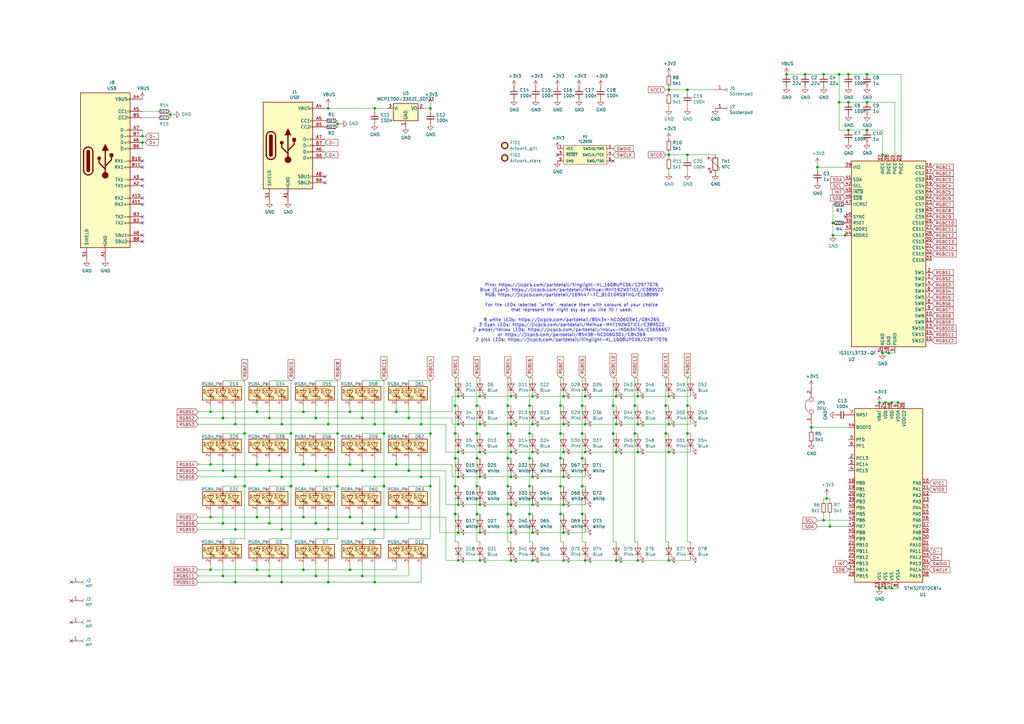
<source format=kicad_sch>
(kicad_sch (version 20231120) (generator "eeschema") (generator_version "8.0")
  (paper "A3")
  (title_block (title "Haj-coaster") (rev "1.0") (company "Jana Marie"))
  (junction (at 240.03 173.99))
  (junction (at 187.96 185.42))
  (junction (at 209.55 162.56))
  (junction (at 96.52 195.58))
  (junction (at 138.43 199.39))
  (junction (at 217.17 177.8))
  (junction (at 129.54 236.22))
  (junction (at 105.41 168.91))
  (junction (at 363.22 165.1))
  (junction (at 240.03 185.42))
  (junction (at 96.52 173.99))
  (junction (at 217.17 166.37))
  (junction (at 361.95 144.78))
  (junction (at 143.51 168.91))
  (junction (at 231.14 162.56))
  (junction (at 196.85 229.87))
  (junction (at 115.57 238.76))
  (junction (at 281.94 166.37))
  (junction (at 134.62 195.58))
  (junction (at 231.14 173.99))
  (junction (at 134.62 217.17))
  (junction (at 218.44 218.44))
  (junction (at 91.44 214.63))
  (junction (at 238.76 177.8))
  (junction (at 86.36 212.09))
  (junction (at 231.14 218.44))
  (junction (at 209.55 185.42))
  (junction (at 347.98 41.91))
  (junction (at 186.69 210.82))
  (junction (at 86.36 233.68))
  (junction (at 110.49 171.45))
  (junction (at 341.63 91.44))
  (junction (at 96.52 217.17))
  (junction (at 218.44 185.42))
  (junction (at 238.76 199.39))
  (junction (at 251.46 177.8))
  (junction (at 186.69 187.96))
  (junction (at 91.44 171.45))
  (junction (at 138.43 177.8))
  (junction (at 167.64 171.45))
  (junction (at 261.62 162.56))
  (junction (at 91.44 236.22))
  (junction (at 186.69 177.8))
  (junction (at 330.2 30.48))
  (junction (at 274.32 229.87))
  (junction (at 157.48 199.39))
  (junction (at 252.73 229.87))
  (junction (at 110.49 214.63))
  (junction (at 240.03 162.56))
  (junction (at 252.73 185.42))
  (junction (at 208.28 177.8))
  (junction (at 209.55 229.87))
  (junction (at 361.95 63.5))
  (junction (at 274.32 36.83))
  (junction (at 195.58 199.39))
  (junction (at 196.85 162.56))
  (junction (at 110.49 193.04))
  (junction (at 153.67 195.58))
  (junction (at 162.56 190.5))
  (junction (at 196.85 185.42))
  (junction (at 209.55 195.58))
  (junction (at 148.59 236.22))
  (junction (at 196.85 218.44))
  (junction (at 69.85 46.99))
  (junction (at 260.35 166.37))
  (junction (at 134.62 173.99))
  (junction (at 339.09 204.47))
  (junction (at 261.62 173.99))
  (junction (at 86.36 168.91))
  (junction (at 124.46 212.09))
  (junction (at 251.46 166.37))
  (junction (at 260.35 177.8))
  (junction (at 261.62 185.42))
  (junction (at 218.44 207.01))
  (junction (at 115.57 173.99))
  (junction (at 86.36 190.5))
  (junction (at 143.51 190.5))
  (junction (at 124.46 168.91))
  (junction (at 105.41 190.5))
  (junction (at 143.51 233.68))
  (junction (at 208.28 199.39))
  (junction (at 355.6 41.91))
  (junction (at 196.85 195.58))
  (junction (at 162.56 168.91))
  (junction (at 187.96 207.01))
  (junction (at 281.94 177.8))
  (junction (at 274.32 185.42))
  (junction (at 153.67 173.99))
  (junction (at 340.36 215.9))
  (junction (at 187.96 218.44))
  (junction (at 176.53 177.8))
  (junction (at 229.87 187.96))
  (junction (at 364.49 144.78))
  (junction (at 187.96 162.56))
  (junction (at 148.59 193.04))
  (junction (at 58.42 58.42))
  (junction (at 195.58 187.96))
  (junction (at 162.56 212.09))
  (junction (at 217.17 199.39))
  (junction (at 105.41 212.09))
  (junction (at 148.59 214.63))
  (junction (at 157.48 177.8))
  (junction (at 273.05 177.8))
  (junction (at 209.55 173.99))
  (junction (at 218.44 162.56))
  (junction (at 365.76 165.1))
  (junction (at 322.58 30.48))
  (junction (at 231.14 195.58))
  (junction (at 229.87 177.8))
  (junction (at 115.57 195.58))
  (junction (at 91.44 193.04))
  (junction (at 229.87 199.39))
  (junction (at 153.67 217.17))
  (junction (at 252.73 173.99))
  (junction (at 231.14 207.01))
  (junction (at 229.87 166.37))
  (junction (at 281.94 63.5))
  (junction (at 273.05 166.37))
  (junction (at 209.55 207.01))
  (junction (at 186.69 166.37))
  (junction (at 124.46 233.68))
  (junction (at 238.76 210.82))
  (junction (at 218.44 229.87))
  (junction (at 153.67 44.45))
  (junction (at 217.17 187.96))
  (junction (at 274.32 162.56))
  (junction (at 143.51 212.09))
  (junction (at 229.87 210.82))
  (junction (at 129.54 193.04))
  (junction (at 355.6 30.48))
  (junction (at 208.28 166.37))
  (junction (at 360.68 165.1))
  (junction (at 335.28 68.58))
  (junction (at 231.14 185.42))
  (junction (at 134.62 44.45))
  (junction (at 365.76 241.3))
  (junction (at 176.53 199.39))
  (junction (at 341.63 96.52))
  (junction (at 148.59 171.45))
  (junction (at 238.76 187.96))
  (junction (at 209.55 218.44))
  (junction (at 337.82 213.36))
  (junction (at 261.62 229.87))
  (junction (at 129.54 214.63))
  (junction (at 281.94 36.83))
  (junction (at 187.96 173.99))
  (junction (at 208.28 187.96))
  (junction (at 119.38 199.39))
  (junction (at 252.73 162.56))
  (junction (at 195.58 177.8))
  (junction (at 138.43 50.8))
  (junction (at 363.22 241.3))
  (junction (at 129.54 171.45))
  (junction (at 176.53 44.45))
  (junction (at 217.17 210.82))
  (junction (at 196.85 207.01))
  (junction (at 347.98 53.34))
  (junction (at 115.57 217.17))
  (junction (at 332.74 175.26))
  (junction (at 187.96 195.58))
  (junction (at 195.58 210.82))
  (junction (at 238.76 166.37))
  (junction (at 134.62 238.76))
  (junction (at 100.33 177.8))
  (junction (at 360.68 241.3))
  (junction (at 105.41 233.68))
  (junction (at 100.33 199.39))
  (junction (at 196.85 173.99))
  (junction (at 231.14 229.87))
  (junction (at 167.64 193.04))
  (junction (at 355.6 53.34))
  (junction (at 347.98 30.48))
  (junction (at 274.32 173.99))
  (junction (at 344.17 30.48))
  (junction (at 218.44 195.58))
  (junction (at 274.32 63.5))
  (junction (at 153.67 238.76))
  (junction (at 187.96 229.87))
  (junction (at 195.58 166.37))
  (junction (at 337.82 30.48))
  (junction (at 172.72 173.99))
  (junction (at 368.3 165.1))
  (junction (at 110.49 236.22))
  (junction (at 208.28 210.82))
  (junction (at 346.71 96.52))
  (junction (at 344.17 41.91))
  (junction (at 124.46 190.5))
  (junction (at 186.69 199.39))
  (junction (at 172.72 195.58))
  (junction (at 96.52 238.76))
  (junction (at 218.44 173.99))
  (junction (at 240.03 229.87))
  (junction (at 58.42 55.88))
  (junction (at 119.38 177.8))
  (no_connect (at 133.35 72.39))
  (no_connect (at 58.42 96.52))
  (no_connect (at 251.46 66.04))
  (no_connect (at 58.42 91.44))
  (no_connect (at 58.42 76.2))
  (no_connect (at 29.21 255.27))
  (no_connect (at 58.42 68.58))
  (no_connect (at 58.42 73.66))
  (no_connect (at 58.42 83.82))
  (no_connect (at 58.42 66.04))
  (no_connect (at 29.21 262.89))
  (no_connect (at 228.6 63.5))
  (no_connect (at 133.35 74.93))
  (no_connect (at 58.42 81.28))
  (no_connect (at 29.21 238.76))
  (no_connect (at 346.71 88.9))
  (no_connect (at 58.42 99.06))
  (no_connect (at 58.42 88.9))
  (no_connect (at 29.21 246.38))
  (wire (pts (xy 86.36 166.37) (xy 86.36 168.91)))
  (wire (pts (xy 218.44 210.82) (xy 217.17 210.82)))
  (wire (pts (xy 115.57 238.76) (xy 134.62 238.76)))
  (wire (pts (xy 148.59 209.55) (xy 148.59 214.63)))
  (wire (pts (xy 186.69 187.96) (xy 187.96 187.96)))
  (wire (pts (xy 162.56 190.5) (xy 143.51 190.5)))
  (wire (pts (xy 182.88 207.01) (xy 187.96 207.01)))
  (wire (pts (xy 365.76 241.3) (xy 363.22 241.3)))
  (wire (pts (xy 157.48 199.39) (xy 157.48 220.98)))
  (wire (pts (xy 129.54 236.22) (xy 129.54 231.14)))
  (wire (pts (xy 81.28 236.22) (xy 91.44 236.22)))
  (wire (pts (xy 138.43 52.07) (xy 138.43 50.8)))
  (wire (pts (xy 58.42 48.26) (xy 64.77 48.26)))
  (wire (pts (xy 231.14 187.96) (xy 229.87 187.96)))
  (wire (pts (xy 240.03 154.94) (xy 238.76 154.94)))
  (wire (pts (xy 251.46 154.94) (xy 251.46 166.37)))
  (wire (pts (xy 368.3 165.1) (xy 365.76 165.1)))
  (wire (pts (xy 252.73 154.94) (xy 251.46 154.94)))
  (wire (pts (xy 81.28 173.99) (xy 96.52 173.99)))
  (wire (pts (xy 91.44 220.98) (xy 100.33 220.98)))
  (wire (pts (xy 143.51 187.96) (xy 143.51 190.5)))
  (wire (pts (xy 238.76 166.37) (xy 238.76 177.8)))
  (wire (pts (xy 148.59 166.37) (xy 148.59 171.45)))
  (wire (pts (xy 148.59 236.22) (xy 167.64 236.22)))
  (wire (pts (xy 355.6 30.48) (xy 347.98 30.48)))
  (wire (pts (xy 231.14 218.44) (xy 218.44 218.44)))
  (wire (pts (xy 218.44 229.87) (xy 209.55 229.87)))
  (wire (pts (xy 110.49 171.45) (xy 129.54 171.45)))
  (wire (pts (xy 196.85 166.37) (xy 195.58 166.37)))
  (wire (pts (xy 129.54 171.45) (xy 148.59 171.45)))
  (wire (pts (xy 115.57 173.99) (xy 134.62 173.99)))
  (wire (pts (xy 143.51 166.37) (xy 143.51 168.91)))
  (wire (pts (xy 355.6 53.34) (xy 347.98 53.34)))
  (wire (pts (xy 217.17 166.37) (xy 218.44 166.37)))
  (wire (pts (xy 153.67 238.76) (xy 172.72 238.76)))
  (wire (pts (xy 133.35 44.45) (xy 134.62 44.45)))
  (wire (pts (xy 209.55 177.8) (xy 208.28 177.8)))
  (wire (pts (xy 261.62 154.94) (xy 260.35 154.94)))
  (wire (pts (xy 240.03 187.96) (xy 238.76 187.96)))
  (wire (pts (xy 134.62 195.58) (xy 134.62 187.96)))
  (wire (pts (xy 86.36 190.5) (xy 81.28 190.5)))
  (wire (pts (xy 238.76 222.25) (xy 238.76 210.82)))
  (wire (pts (xy 370.84 165.1) (xy 368.3 165.1)))
  (wire (pts (xy 64.77 45.72) (xy 58.42 45.72)))
  (wire (pts (xy 105.41 166.37) (xy 105.41 168.91)))
  (wire (pts (xy 274.32 154.94) (xy 273.05 154.94)))
  (wire (pts (xy 187.96 166.37) (xy 186.69 166.37)))
  (wire (pts (xy 238.76 199.39) (xy 238.76 187.96)))
  (wire (pts (xy 100.33 156.21) (xy 100.33 177.8)))
  (wire (pts (xy 129.54 177.8) (xy 138.43 177.8)))
  (wire (pts (xy 176.53 44.45) (xy 173.99 44.45)))
  (wire (pts (xy 153.67 173.99) (xy 172.72 173.99)))
  (wire (pts (xy 185.42 171.45) (xy 185.42 173.99)))
  (wire (pts (xy 281.94 44.45) (xy 281.94 43.18)))
  (wire (pts (xy 274.32 166.37) (xy 273.05 166.37)))
  (wire (pts (xy 115.57 195.58) (xy 134.62 195.58)))
  (wire (pts (xy 58.42 58.42) (xy 58.42 60.96)))
  (wire (pts (xy 252.73 166.37) (xy 251.46 166.37)))
  (wire (pts (xy 340.36 204.47) (xy 339.09 204.47)))
  (wire (pts (xy 96.52 217.17) (xy 115.57 217.17)))
  (wire (pts (xy 217.17 154.94) (xy 217.17 166.37)))
  (wire (pts (xy 162.56 168.91) (xy 185.42 168.91)))
  (wire (pts (xy 124.46 168.91) (xy 105.41 168.91)))
  (wire (pts (xy 208.28 222.25) (xy 208.28 210.82)))
  (wire (pts (xy 129.54 214.63) (xy 129.54 209.55)))
  (wire (pts (xy 133.35 57.15) (xy 133.35 59.69)))
  (wire (pts (xy 209.55 187.96) (xy 208.28 187.96)))
  (wire (pts (xy 153.67 217.17) (xy 172.72 217.17)))
  (wire (pts (xy 209.55 222.25) (xy 208.28 222.25)))
  (wire (pts (xy 167.64 236.22) (xy 167.64 231.14)))
  (wire (pts (xy 260.35 222.25) (xy 261.62 222.25)))
  (wire (pts (xy 91.44 156.21) (xy 100.33 156.21)))
  (wire (pts (xy 273.05 222.25) (xy 273.05 177.8)))
  (wire (pts (xy 110.49 199.39) (xy 119.38 199.39)))
  (wire (pts (xy 218.44 222.25) (xy 217.17 222.25)))
  (wire (pts (xy 138.43 199.39) (xy 138.43 220.98)))
  (wire (pts (xy 81.28 233.68) (xy 86.36 233.68)))
  (wire (pts (xy 172.72 173.99) (xy 172.72 166.37)))
  (wire (pts (xy 110.49 236.22) (xy 110.49 231.14)))
  (wire (pts (xy 196.85 207.01) (xy 209.55 207.01)))
  (wire (pts (xy 363.22 165.1) (xy 360.68 165.1)))
  (wire (pts (xy 129.54 214.63) (xy 148.59 214.63)))
  (wire (pts (xy 195.58 199.39) (xy 195.58 187.96)))
  (wire (pts (xy 119.38 156.21) (xy 119.38 177.8)))
  (wire (pts (xy 186.69 199.39) (xy 187.96 199.39)))
  (wire (pts (xy 162.56 212.09) (xy 182.88 212.09)))
  (wire (pts (xy 134.62 238.76) (xy 153.67 238.76)))
  (wire (pts (xy 260.35 154.94) (xy 260.35 166.37)))
  (wire (pts (xy 341.63 96.52) (xy 341.63 91.44)))
  (wire (pts (xy 274.32 63.5) (xy 281.94 63.5)))
  (wire (pts (xy 332.74 176.53) (xy 332.74 175.26)))
  (wire (pts (xy 157.48 177.8) (xy 157.48 199.39)))
  (wire (pts (xy 335.28 67.31) (xy 335.28 68.58)))
  (wire (pts (xy 273.05 36.83) (xy 274.32 36.83)))
  (wire (pts (xy 208.28 154.94) (xy 208.28 166.37)))
  (wire (pts (xy 240.03 162.56) (xy 252.73 162.56)))
  (wire (pts (xy 58.42 53.34) (xy 58.42 55.88)))
  (wire (pts (xy 261.62 162.56) (xy 252.73 162.56)))
  (wire (pts (xy 283.21 173.99) (xy 274.32 173.99)))
  (wire (pts (xy 162.56 233.68) (xy 143.51 233.68)))
  (wire (pts (xy 162.56 168.91) (xy 143.51 168.91)))
  (wire (pts (xy 138.43 156.21) (xy 138.43 177.8)))
  (wire (pts (xy 217.17 199.39) (xy 217.17 187.96)))
  (wire (pts (xy 187.96 173.99) (xy 185.42 173.99)))
  (wire (pts (xy 167.64 171.45) (xy 167.64 166.37)))
  (wire (pts (xy 347.98 41.91) (xy 344.17 41.91)))
  (wire (pts (xy 134.62 44.45) (xy 153.67 44.45)))
  (wire (pts (xy 209.55 185.42) (xy 196.85 185.42)))
  (wire (pts (xy 369.57 30.48) (xy 355.6 30.48)))
  (wire (pts (xy 274.32 63.5) (xy 274.32 62.23)))
  (wire (pts (xy 187.96 154.94) (xy 186.69 154.94)))
  (wire (pts (xy 196.85 229.87) (xy 187.96 229.87)))
  (wire (pts (xy 115.57 195.58) (xy 115.57 187.96)))
  (wire (pts (xy 196.85 218.44) (xy 187.96 218.44)))
  (wire (pts (xy 217.17 210.82) (xy 217.17 199.39)))
  (wire (pts (xy 240.03 185.42) (xy 231.14 185.42)))
  (wire (pts (xy 240.03 222.25) (xy 238.76 222.25)))
  (wire (pts (xy 281.94 177.8) (xy 281.94 222.25)))
  (wire (pts (xy 274.32 185.42) (xy 261.62 185.42)))
  (wire (pts (xy 281.94 63.5) (xy 293.37 63.5)))
  (wire (pts (xy 110.49 214.63) (xy 110.49 209.55)))
  (wire (pts (xy 81.28 214.63) (xy 91.44 214.63)))
  (wire (pts (xy 124.46 209.55) (xy 124.46 212.09)))
  (wire (pts (xy 251.46 177.8) (xy 251.46 222.25)))
  (wire (pts (xy 100.33 177.8) (xy 100.33 199.39)))
  (wire (pts (xy 364.49 63.5) (xy 361.95 63.5)))
  (wire (pts (xy 217.17 210.82) (xy 217.17 222.25)))
  (wire (pts (xy 172.72 195.58) (xy 180.34 195.58)))
  (wire (pts (xy 105.41 233.68) (xy 86.36 233.68)))
  (wire (pts (xy 96.52 209.55) (xy 96.52 217.17)))
  (wire (pts (xy 281.94 166.37) (xy 281.94 177.8)))
  (wire (pts (xy 133.35 62.23) (xy 133.35 64.77)))
  (wire (pts (xy 91.44 193.04) (xy 110.49 193.04)))
  (wire (pts (xy 283.21 177.8) (xy 281.94 177.8)))
  (wire (pts (xy 208.28 187.96) (xy 208.28 177.8)))
  (wire (pts (xy 105.41 187.96) (xy 105.41 190.5)))
  (wire (pts (xy 281.94 166.37) (xy 283.21 166.37)))
  (wire (pts (xy 274.32 229.87) (xy 261.62 229.87)))
  (wire (pts (xy 129.54 199.39) (xy 138.43 199.39)))
  (wire (pts (xy 218.44 187.96) (xy 217.17 187.96)))
  (wire (pts (xy 195.58 177.8) (xy 195.58 187.96)))
  (wire (pts (xy 81.28 217.17) (xy 96.52 217.17)))
  (wire (pts (xy 134.62 173.99) (xy 153.67 173.99)))
  (wire (pts (xy 231.14 195.58) (xy 218.44 195.58)))
  (wire (pts (xy 340.36 215.9) (xy 347.98 215.9)))
  (wire (pts (xy 129.54 220.98) (xy 138.43 220.98)))
  (wire (pts (xy 138.43 177.8) (xy 138.43 199.39)))
  (wire (pts (xy 261.62 166.37) (xy 260.35 166.37)))
  (wire (pts (xy 281.94 71.12) (xy 281.94 69.85)))
  (wire (pts (xy 124.46 212.09) (xy 143.51 212.09)))
  (wire (pts (xy 251.46 166.37) (xy 251.46 177.8)))
  (wire (pts (xy 124.46 190.5) (xy 143.51 190.5)))
  (wire (pts (xy 339.09 203.2) (xy 339.09 204.47)))
  (wire (pts (xy 129.54 193.04) (xy 148.59 193.04)))
  (wire (pts (xy 134.62 238.76) (xy 134.62 231.14)))
  (wire (pts (xy 167.64 156.21) (xy 176.53 156.21)))
  (wire (pts (xy 208.28 210.82) (xy 208.28 199.39)))
  (wire (pts (xy 172.72 173.99) (xy 182.88 173.99)))
  (wire (pts (xy 153.67 209.55) (xy 153.67 217.17)))
  (wire (pts (xy 229.87 154.94) (xy 231.14 154.94)))
  (wire (pts (xy 182.88 193.04) (xy 182.88 207.01)))
  (wire (pts (xy 240.03 229.87) (xy 231.14 229.87)))
  (wire (pts (xy 91.44 171.45) (xy 110.49 171.45)))
  (wire (pts (xy 91.44 166.37) (xy 91.44 171.45)))
  (wire (pts (xy 274.32 64.77) (xy 274.32 63.5)))
  (wire (pts (xy 124.46 231.14) (xy 124.46 233.68)))
  (wire (pts (xy 129.54 236.22) (xy 148.59 236.22)))
  (wire (pts (xy 337.82 204.47) (xy 337.82 205.74)))
  (wire (pts (xy 182.88 212.09) (xy 182.88 229.87)))
  (wire (pts (xy 100.33 199.39) (xy 100.33 220.98)))
  (wire (pts (xy 110.49 236.22) (xy 129.54 236.22)))
  (wire (pts (xy 274.32 38.1) (xy 274.32 36.83)))
  (wire (pts (xy 346.71 68.58) (xy 335.28 68.58)))
  (wire (pts (xy 195.58 210.82) (xy 195.58 222.25)))
  (wire (pts (xy 134.62 217.17) (xy 153.67 217.17)))
  (wire (pts (xy 261.62 173.99) (xy 252.73 173.99)))
  (wire (pts (xy 195.58 222.25) (xy 196.85 222.25)))
  (wire (pts (xy 218.44 207.01) (xy 231.14 207.01)))
  (wire (pts (xy 187.96 162.56) (xy 185.42 162.56)))
  (wire (pts (xy 367.03 144.78) (xy 364.49 144.78)))
  (wire (pts (xy 240.03 166.37) (xy 238.76 166.37)))
  (wire (pts (xy 281.94 36.83) (xy 293.37 36.83)))
  (wire (pts (xy 344.17 30.48) (xy 337.82 30.48)))
  (wire (pts (xy 96.52 231.14) (xy 96.52 238.76)))
  (wire (pts (xy 231.14 229.87) (xy 218.44 229.87)))
  (wire (pts (xy 238.76 210.82) (xy 238.76 199.39)))
  (wire (pts (xy 238.76 154.94) (xy 238.76 166.37)))
  (wire (pts (xy 218.44 195.58) (xy 209.55 195.58)))
  (wire (pts (xy 167.64 214.63) (xy 167.64 209.55)))
  (wire (pts (xy 91.44 214.63) (xy 110.49 214.63)))
  (wire (pts (xy 195.58 210.82) (xy 195.58 199.39)))
  (wire (pts (xy 209.55 154.94) (xy 208.28 154.94)))
  (wire (pts (xy 86.36 168.91) (xy 81.28 168.91)))
  (wire (pts (xy 368.3 241.3) (xy 365.76 241.3)))
  (wire (pts (xy 129.54 193.04) (xy 129.54 187.96)))
  (wire (pts (xy 86.36 231.14) (xy 86.36 233.68)))
  (wire (pts (xy 186.69 154.94) (xy 186.69 166.37)))
  (wire (pts (xy 162.56 187.96) (xy 162.56 190.5)))
  (wire (pts (xy 148.59 177.8) (xy 157.48 177.8)))
  (wire (pts (xy 96.52 173.99) (xy 115.57 173.99)))
  (wire (pts (xy 347.98 175.26) (xy 332.74 175.26)))
  (wire (pts (xy 281.94 38.1) (xy 281.94 36.83)))
  (wire (pts (xy 346.71 93.98) (xy 346.71 96.52)))
  (wire (pts (xy 187.96 195.58) (xy 185.42 195.58)))
  (wire (pts (xy 143.51 209.55) (xy 143.51 212.09)))
  (wire (pts (xy 209.55 195.58) (xy 196.85 195.58)))
  (wire (pts (xy 273.05 166.37) (xy 273.05 177.8)))
  (wire (pts (xy 91.44 231.14) (xy 91.44 236.22)))
  (wire (pts (xy 229.87 199.39) (xy 231.14 199.39)))
  (wire (pts (xy 124.46 190.5) (xy 105.41 190.5)))
  (wire (pts (xy 186.69 166.37) (xy 186.69 177.8)))
  (wire (pts (xy 251.46 222.25) (xy 252.73 222.25)))
  (wire (pts (xy 341.63 91.44) (xy 341.63 83.82)))
  (wire (pts (xy 196.85 162.56) (xy 187.96 162.56)))
  (wire (pts (xy 176.53 199.39) (xy 176.53 220.98)))
  (wire (pts (xy 138.43 50.8) (xy 138.43 49.53)))
  (wire (pts (xy 274.32 162.56) (xy 261.62 162.56)))
  (wire (pts (xy 208.28 166.37) (xy 208.28 177.8)))
  (wire (pts (xy 172.72 238.76) (xy 172.72 231.14)))
  (wire (pts (xy 229.87 166.37) (xy 229.87 154.94)))
  (wire (pts (xy 148.59 214.63) (xy 167.64 214.63)))
  (wire (pts (xy 124.46 166.37) (xy 124.46 168.91)))
  (wire (pts (xy 176.53 156.21) (xy 176.53 177.8)))
  (wire (pts (xy 134.62 195.58) (xy 153.67 195.58)))
  (wire (pts (xy 148.59 193.04) (xy 167.64 193.04)))
  (wire (pts (xy 229.87 222.25) (xy 229.87 210.82)))
  (wire (pts (xy 364.49 144.78) (xy 361.95 144.78)))
  (wire (pts (xy 86.36 209.55) (xy 86.36 212.09)))
  (wire (pts (xy 196.85 210.82) (xy 195.58 210.82)))
  (wire (pts (xy 180.34 195.58) (xy 180.34 218.44)))
  (wire (pts (xy 283.21 229.87) (xy 274.32 229.87)))
  (wire (pts (xy 217.17 177.8) (xy 217.17 187.96)))
  (wire (pts (xy 260.35 166.37) (xy 260.35 177.8)))
  (wire (pts (xy 240.03 173.99) (xy 231.14 173.99)))
  (wire (pts (xy 229.87 210.82) (xy 229.87 199.39)))
  (wire (pts (xy 186.69 210.82) (xy 187.96 210.82)))
  (wire (pts (xy 367.03 63.5) (xy 367.03 41.91)))
  (wire (pts (xy 105.41 190.5) (xy 86.36 190.5)))
  (wire (pts (xy 274.32 177.8) (xy 273.05 177.8)))
  (wire (pts (xy 231.14 173.99) (xy 218.44 173.99)))
  (wire (pts (xy 119.38 177.8) (xy 119.38 199.39)))
  (wire (pts (xy 281.94 154.94) (xy 281.94 166.37)))
  (wire (pts (xy 105.41 212.09) (xy 124.46 212.09)))
  (wire (pts (xy 218.44 162.56) (xy 209.55 162.56)))
  (wire (pts (xy 91.44 199.39) (xy 100.33 199.39)))
  (wire (pts (xy 361.95 53.34) (xy 355.6 53.34)))
  (wire (pts (xy 261.62 185.42) (xy 252.73 185.42)))
  (wire (pts (xy 143.51 231.14) (xy 143.51 233.68)))
  (wire (pts (xy 86.36 187.96) (xy 86.36 190.5)))
  (wire (pts (xy 274.32 173.99) (xy 261.62 173.99)))
  (wire (pts (xy 105.41 209.55) (xy 105.41 212.09)))
  (wire (pts (xy 337.82 210.82) (xy 337.82 213.36)))
  (wire (pts (xy 185.42 168.91) (xy 185.42 162.56)))
  (wire (pts (xy 185.42 190.5) (xy 185.42 195.58)))
  (wire (pts (xy 176.53 177.8) (xy 176.53 199.39)))
  (wire (pts (xy 180.34 218.44) (xy 187.96 218.44)))
  (wire (pts (xy 153.67 45.72) (xy 153.67 44.45)))
  (wire (pts (xy 186.69 177.8) (xy 187.96 177.8)))
  (wire (pts (xy 59.69 55.88) (xy 58.42 55.88)))
  (wire (pts (xy 274.32 36.83) (xy 281.94 36.83)))
  (wire (pts (xy 91.44 177.8) (xy 100.33 177.8)))
  (wire (pts (xy 105.41 231.14) (xy 105.41 233.68)))
  (wire (pts (xy 209.55 207.01) (xy 218.44 207.01)))
  (wire (pts (xy 346.71 96.52) (xy 341.63 96.52)))
  (wire (pts (xy 134.62 173.99) (xy 134.62 166.37)))
  (wire (pts (xy 229.87 166.37) (xy 229.87 177.8)))
  (wire (pts (xy 229.87 187.96) (xy 229.87 177.8)))
  (wire (pts (xy 124.46 187.96) (xy 124.46 190.5)))
  (wire (pts (xy 339.09 204.47) (xy 337.82 204.47)))
  (wire (pts (xy 283.21 162.56) (xy 274.32 162.56)))
  (wire (pts (xy 105.41 168.91) (xy 86.36 168.91)))
  (wire (pts (xy 186.69 187.96) (xy 186.69 177.8)))
  (wire (pts (xy 81.28 238.76) (xy 96.52 238.76)))
  (wire (pts (xy 182.88 173.99) (xy 182.88 185.42)))
  (wire (pts (xy 337.82 213.36) (xy 335.28 213.36)))
  (wire (pts (xy 91.44 236.22) (xy 110.49 236.22)))
  (wire (pts (xy 355.6 41.91) (xy 347.98 41.91)))
  (wire (pts (xy 186.69 222.25) (xy 186.69 210.82)))
  (wire (pts (xy 238.76 177.8) (xy 238.76 187.96)))
  (wire (pts (xy 218.44 154.94) (xy 217.17 154.94)))
  (wire (pts (xy 167.64 193.04) (xy 182.88 193.04)))
  (wire (pts (xy 240.03 195.58) (xy 231.14 195.58)))
  (wire (pts (xy 124.46 233.68) (xy 143.51 233.68)))
  (wire (pts (xy 332.74 175.26) (xy 332.74 173.99)))
  (wire (pts (xy 115.57 238.76) (xy 115.57 231.14)))
  (wire (pts (xy 96.52 195.58) (xy 115.57 195.58)))
  (wire (pts (xy 187.96 207.01) (xy 196.85 207.01)))
  (wire (pts (xy 119.38 199.39) (xy 119.38 220.98)))
  (wire (pts (xy 167.64 199.39) (xy 176.53 199.39)))
  (wire (pts (xy 96.52 166.37) (xy 96.52 173.99)))
  (wire (pts (xy 240.03 229.87) (xy 252.73 229.87)))
  (wire (pts (xy 186.69 187.96) (xy 186.69 199.39)))
  (wire (pts (xy 196.85 173.99) (xy 187.96 173.99)))
  (wire (pts (xy 105.41 233.68) (xy 124.46 233.68)))
  (wire (pts (xy 134.62 217.17) (xy 134.62 209.55)))
  (wire (pts (xy 218.44 185.42) (xy 209.55 185.42)))
  (wire (pts (xy 347.98 53.34) (xy 344.17 53.34)))
  (wire (pts (xy 335.28 68.58) (xy 335.28 69.85)))
  (wire (pts (xy 139.7 50.8) (xy 138.43 50.8)))
  (wire (pts (xy 182.88 185.42) (xy 187.96 185.42)))
  (wire (pts (xy 110.49 214.63) (xy 129.54 214.63)))
  (wire (pts (xy 209.55 210.82) (xy 208.28 210.82)))
  (wire (pts (xy 347.98 213.36) (xy 337.82 213.36)))
  (wire (pts (xy 134.62 43.18) (xy 134.62 44.45)))
  (wire (pts (xy 337.82 30.48) (xy 330.2 30.48)))
  (wire (pts (xy 110.49 193.04) (xy 129.54 193.04)))
  (wire (pts (xy 143.51 212.09) (xy 162.56 212.09)))
  (wire (pts (xy 167.64 171.45) (xy 185.42 171.45)))
  (wire (pts (xy 340.36 205.74) (xy 340.36 204.47)))
  (wire (pts (xy 115.57 173.99) (xy 115.57 166.37)))
  (wire (pts (xy 81.28 193.04) (xy 91.44 193.04)))
  (wire (pts (xy 251.46 177.8) (xy 252.73 177.8)))
  (wire (pts (xy 196.85 154.94) (xy 195.58 154.94)))
  (wire (pts (xy 344.17 41.91) (xy 344.17 30.48)))
  (wire (pts (xy 369.57 63.5) (xy 369.57 30.48)))
  (wire (pts (xy 162.56 209.55) (xy 162.56 212.09)))
  (wire (pts (xy 274.32 222.25) (xy 273.05 222.25)))
  (wire (pts (xy 209.55 229.87) (xy 196.85 229.87)))
  (wire (pts (xy 167.64 193.04) (xy 167.64 187.96)))
  (wire (pts (xy 240.03 185.42) (xy 252.73 185.42)))
  (wire (pts (xy 81.28 171.45) (xy 91.44 171.45)))
  (wire (pts (xy 110.49 193.04) (xy 110.49 187.96)))
  (wire (pts (xy 186.69 199.39) (xy 186.69 210.82)))
  (wire (pts (xy 196.85 185.42) (xy 187.96 185.42)))
  (wire (pts (xy 148.59 199.39) (xy 157.48 199.39)))
  (wire (pts (xy 172.72 195.58) (xy 172.72 187.96)))
  (wire (pts (xy 209.55 166.37) (xy 208.28 166.37)))
  (wire (pts (xy 176.53 43.18) (xy 176.53 44.45)))
  (wire (pts (xy 195.58 154.94) (xy 195.58 166.37)))
  (wire (pts (xy 218.44 218.44) (xy 209.55 218.44)))
  (wire (pts (xy 283.21 222.25) (xy 281.94 222.25)))
  (wire (pts (xy 260.35 177.8) (xy 260.35 222.25)))
  (wire (pts (xy 148.59 220.98) (xy 157.48 220.98)))
  (wire (pts (xy 115.57 217.17) (xy 134.62 217.17)))
  (wire (pts (xy 86.36 212.09) (xy 81.28 212.09)))
  (wire (pts (xy 110.49 177.8) (xy 119.38 177.8)))
  (wire (pts (xy 105.41 212.09) (xy 86.36 212.09)))
  (wire (pts (xy 162.56 231.14) (xy 162.56 233.68)))
  (wire (pts (xy 69.85 48.26) (xy 69.85 46.99)))
  (wire (pts (xy 195.58 177.8) (xy 196.85 177.8)))
  (wire (pts (xy 129.54 156.21) (xy 138.43 156.21)))
  (wire (pts (xy 231.14 162.56) (xy 218.44 162.56)))
  (wire (pts (xy 283.21 154.94) (xy 281.94 154.94)))
  (wire (pts (xy 110.49 220.98) (xy 119.38 220.98)))
  (wire (pts (xy 110.49 171.45) (xy 110.49 166.37)))
  (wire (pts (xy 231.14 185.42) (xy 218.44 185.42)))
  (wire (pts (xy 340.36 210.82) (xy 340.36 215.9)))
  (wire (pts (xy 229.87 222.25) (xy 231.14 222.25)))
  (wire (pts (xy 274.32 36.83) (xy 274.32 35.56)))
  (wire (pts (xy 240.03 173.99) (xy 252.73 173.99)))
  (wire (pts (xy 172.72 217.17) (xy 172.72 209.55)))
  (wire (pts (xy 69.85 46.99) (xy 69.85 45.72)))
  (wire (pts (xy 196.85 187.96) (xy 195.58 187.96)))
  (wire (pts (xy 182.88 229.87) (xy 187.96 229.87)))
  (wire (pts (xy 59.69 58.42) (xy 58.42 58.42)))
  (wire (pts (xy 367.03 41.91) (xy 355.6 41.91)))
  (wire (pts (xy 153.67 231.14) (xy 153.67 238.76)))
  (wire (pts (xy 176.53 45.72) (xy 176.53 44.45)))
  (wire (pts (xy 91.44 209.55) (xy 91.44 214.63)))
  (wire (pts (xy 153.67 187.96) (xy 153.67 195.58)))
  (wire (pts (xy 153.67 195.58) (xy 172.72 195.58)))
  (wire (pts (xy 96.52 187.96) (xy 96.52 195.58)))
  (wire (pts (xy 273.05 154.94) (xy 273.05 166.37)))
  (wire (pts (xy 240.03 177.8) (xy 238.76 177.8)))
  (wire (pts (xy 240.03 162.56) (xy 231.14 162.56)))
  (wire (pts (xy 148.59 187.96) (xy 148.59 193.04)))
  (wire (pts (xy 162.56 166.37) (xy 162.56 168.91)))
  (wire (pts (xy 209.55 162.56) (xy 196.85 162.56)))
  (wire (pts (xy 195.58 166.37) (xy 195.58 177.8)))
  (wire (pts (xy 274.32 44.45) (xy 274.32 43.18)))
  (wire (pts (xy 167.64 220.98) (xy 176.53 220.98)))
  (wire (pts (xy 261.62 229.87) (xy 252.73 229.87)))
  (wire (pts (xy 260.35 177.8) (xy 261.62 177.8)))
  (wire (pts (xy 281.94 64.77) (xy 281.94 63.5)))
  (wire (pts (xy 344.17 53.34) (xy 344.17 41.91)))
  (wire (pts (xy 209.55 173.99) (xy 196.85 173.99)))
  (wire (pts (xy 238.76 199.39) (xy 240.03 199.39)))
  (wire (pts (xy 231.14 210.82) (xy 229.87 210.82)))
  (wire (pts (xy 217.17 166.37) (xy 217.17 177.8)))
  (wire (pts (xy 365.76 165.1) (xy 363.22 165.1)))
  (wire (pts (xy 110.49 156.21) (xy 119.38 156.21)))
  (wire (pts (xy 330.2 30.48) (xy 322.58 30.48)))
  (wire (pts (xy 208.28 199.39) (xy 208.28 187.96)))
  (wire (pts (xy 148.59 231.14) (xy 148.59 236.22)))
  (wire (pts (xy 231.14 207.01) (xy 240.03 207.01)))
  (wire (pts (xy 196.85 195.58) (xy 187.96 195.58)))
  (wire (pts (xy 229.87 177.8) (xy 231.14 177.8)))
  (wire (pts (xy 129.54 171.45) (xy 129.54 166.37)))
  (wire (pts (xy 148.59 156.21) (xy 157.48 156.21)))
  (wire (pts (xy 153.67 166.37) (xy 153.67 173.99)))
  (wire (pts (xy 167.64 177.8) (xy 176.53 177.8)))
  (wire (pts (xy 153.67 44.45) (xy 158.75 44.45)))
  (wire (pts (xy 196.85 199.39) (xy 195.58 199.39)))
  (wire (pts (xy 229.87 199.39) (xy 229.87 187.96)))
  (wire (pts (xy 157.48 156.21) (xy 157.48 177.8)))
  (wire (pts (xy 231.14 166.37) (xy 229.87 166.37)))
  (wire (pts (xy 148.59 171.45) (xy 167.64 171.45)))
  (wire (pts (xy 344.17 30.48) (xy 347.98 30.48)))
  (wire (pts (xy 124.46 168.91) (xy 143.51 168.91)))
  (wire (pts (xy 363.22 241.3) (xy 360.68 241.3)))
  (wire (pts (xy 218.44 199.39) (xy 217.17 199.39)))
  (wire (pts (xy 186.69 222.25) (xy 187.96 222.25)))
  (wire (pts (xy 240.03 218.44) (xy 231.14 218.44)))
  (wire (pts (xy 283.21 185.42) (xy 274.32 185.42)))
  (wire (pts (xy 209.55 218.44) (xy 196.85 218.44)))
  (wire (pts (xy 115.57 217.17) (xy 115.57 209.55)))
  (wire (pts (xy 81.28 195.58) (xy 96.52 195.58)))
  (wire (pts (xy 218.44 173.99) (xy 209.55 173.99)))
  (wire (pts (xy 361.95 63.5) (xy 361.95 53.34)))
  (wire (pts (xy 96.52 238.76) (xy 115.57 238.76)))
  (wire (pts (xy 335.28 215.9) (xy 340.36 215.9)))
  (wire (pts (xy 273.05 63.5) (xy 274.32 63.5)))
  (wire (pts (xy 240.03 210.82) (xy 238.76 210.82)))
  (wire (pts (xy 274.32 71.12) (xy 274.32 69.85)))
  (wire (pts (xy 218.44 177.8) (xy 217.17 177.8)))
  (wire (pts (xy 71.12 46.99) (xy 69.85 46.99)))
  (wire (pts (xy 91.44 187.96) (xy 91.44 193.04)))
  (wire (pts (xy 162.56 190.5) (xy 185.42 190.5)))
  (wire (pts (xy 209.55 199.39) (xy 208.28 199.39)))
  (text "Pink: https://jlcpcb.com/partdetail/Xinglight-XL_1608UPC06/C2977076\nBlue (Cyan): https://jlcpcb.com/partdetail/Meihua-MHT192WDTICE/C389522\nRGB: https://jlcpcb.com/partdetail/169447-FC_B1010RGBTHG/C158099\n\nFor the LEDs labelled \"white\", replace them with colours of your choice\nthat represent the night sky as you like it! I used:\n\n8 white LEDs: https://jlcpcb.com/partdetail/85434-NCD0603W1/C84265\n3 Cyan LEDs: https://jlcpcb.com/partdetail/Meihua-MHT192WDTICE/C389522\n2 amber/Yellow LEDs: https://jlcpcb.com/partdetail/Inolux-INS63AT5A/C5656657\nor https://jlcpcb.com/partdetail/85438-NCD0603O1/C84269\n2 pink LEDs: https://jlcpcb.com/partdetail/Xinglight-XL_1608UPC06/C2977076" (at 234.442 128.27 0) (effects (font (size 1.27 1.27))))
  (global_label "D-" (shape input) (at 59.69 55.88 0) (property "Intersheetrefs" "${INTERSHEET_REFS}" (effects (hide yes))))
  (global_label "D+" (shape input) (at 133.35 63.5 0) (property "Intersheetrefs" "${INTERSHEET_REFS}" (effects (hide yes))))
  (global_label "RGBS7" (shape input) (at 382.27 127 0) (property "Intersheetrefs" "${INTERSHEET_REFS}" (effects (hide yes))))
  (global_label "SDA" (shape input) (at 335.28 215.9 180) (property "Intersheetrefs" "${INTERSHEET_REFS}" (effects (hide yes))))
  (global_label "RGBS2" (shape input) (at 382.27 114.3 0) (property "Intersheetrefs" "${INTERSHEET_REFS}" (effects (hide yes))))
  (global_label "RGBS12" (shape input) (at 81.28 233.68 180) (property "Intersheetrefs" "${INTERSHEET_REFS}" (effects (hide yes))))
  (global_label "RGBC11" (shape input) (at 157.48 156.21 90) (property "Intersheetrefs" "${INTERSHEET_REFS}" (effects (hide yes))))
  (global_label "RGBC10" (shape input) (at 382.27 91.44 0) (property "Intersheetrefs" "${INTERSHEET_REFS}" (effects (hide yes))))
  (global_label "RGBC5" (shape input) (at 382.27 78.74 0) (property "Intersheetrefs" "${INTERSHEET_REFS}" (effects (hide yes))))
  (global_label "RGBS9" (shape input) (at 382.27 132.08 0) (property "Intersheetrefs" "${INTERSHEET_REFS}" (effects (hide yes))))
  (global_label "RGBC9" (shape input) (at 382.27 88.9 0) (property "Intersheetrefs" "${INTERSHEET_REFS}" (effects (hide yes))))
  (global_label "RGBS5" (shape input) (at 81.28 193.04 180) (property "Intersheetrefs" "${INTERSHEET_REFS}" (effects (hide yes))))
  (global_label "RGBS10" (shape input) (at 382.27 134.62 0) (property "Intersheetrefs" "${INTERSHEET_REFS}" (effects (hide yes))))
  (global_label "D-" (shape input) (at 381 226.06 0) (property "Intersheetrefs" "${INTERSHEET_REFS}" (effects (hide yes))))
  (global_label "RGBS3" (shape input) (at 81.28 173.99 180) (property "Intersheetrefs" "${INTERSHEET_REFS}" (effects (hide yes))))
  (global_label "NTC0" (shape input) (at 273.05 63.5 180) (property "Intersheetrefs" "${INTERSHEET_REFS}" (effects (hide yes))))
  (global_label "RGBC3" (shape input) (at 382.27 73.66 0) (property "Intersheetrefs" "${INTERSHEET_REFS}" (effects (hide yes))))
  (global_label "RGBC7" (shape input) (at 382.27 83.82 0) (property "Intersheetrefs" "${INTERSHEET_REFS}" (effects (hide yes))))
  (global_label "D-" (shape input) (at 133.35 58.42 0) (property "Intersheetrefs" "${INTERSHEET_REFS}" (effects (hide yes))))
  (global_label "RGBS6" (shape input) (at 382.27 124.46 0) (property "Intersheetrefs" "${INTERSHEET_REFS}" (effects (hide yes))))
  (global_label "RGBS1" (shape input) (at 81.28 168.91 180) (property "Intersheetrefs" "${INTERSHEET_REFS}" (effects (hide yes))))
  (global_label "RGBC12" (shape input) (at 260.35 154.94 90) (property "Intersheetrefs" "${INTERSHEET_REFS}" (effects (hide yes))))
  (global_label "RGBS7" (shape input) (at 81.28 212.09 180) (property "Intersheetrefs" "${INTERSHEET_REFS}" (effects (hide yes))))
  (global_label "RGBC12" (shape input) (at 382.27 96.52 0) (property "Intersheetrefs" "${INTERSHEET_REFS}" (effects (hide yes))))
  (global_label "SWDIO" (shape input) (at 381 231.14 0) (property "Intersheetrefs" "${INTERSHEET_REFS}" (effects (hide yes))))
  (global_label "RGBS11" (shape input) (at 382.27 137.16 0) (property "Intersheetrefs" "${INTERSHEET_REFS}" (effects (hide yes))))
  (global_label "RGBC1" (shape input) (at 186.69 154.94 90) (property "Intersheetrefs" "${INTERSHEET_REFS}" (effects (hide yes))))
  (global_label "RGBC14" (shape input) (at 382.27 101.6 0) (property "Intersheetrefs" "${INTERSHEET_REFS}" (effects (hide yes))))
  (global_label "SWCLK" (shape input) (at 251.46 63.5 0) (property "Intersheetrefs" "${INTERSHEET_REFS}" (effects (hide yes))))
  (global_label "NTC0" (shape input) (at 381 200.66 0) (property "Intersheetrefs" "${INTERSHEET_REFS}" (effects (hide yes))))
  (global_label "RGBS9" (shape input) (at 81.28 217.17 180) (property "Intersheetrefs" "${INTERSHEET_REFS}" (effects (hide yes))))
  (global_label "D+" (shape input) (at 381 228.6 0) (property "Intersheetrefs" "${INTERSHEET_REFS}" (effects (hide yes))))
  (global_label "SCL" (shape input) (at 346.71 76.2 180) (property "Intersheetrefs" "${INTERSHEET_REFS}" (effects (hide yes))))
  (global_label "RGBS5" (shape input) (at 382.27 121.92 0) (property "Intersheetrefs" "${INTERSHEET_REFS}" (effects (hide yes))))
  (global_label "RGBC13" (shape input) (at 273.05 154.94 90) (property "Intersheetrefs" "${INTERSHEET_REFS}" (effects (hide yes))))
  (global_label "RGBS4" (shape input) (at 81.28 190.5 180) (property "Intersheetrefs" "${INTERSHEET_REFS}" (effects (hide yes))))
  (global_label "RGBC6" (shape input) (at 382.27 81.28 0) (property "Intersheetrefs" "${INTERSHEET_REFS}" (effects (hide yes))))
  (global_label "RGBS1" (shape input) (at 382.27 111.76 0) (property "Intersheetrefs" "${INTERSHEET_REFS}" (effects (hide yes))))
  (global_label "RGBC1" (shape input) (at 382.27 68.58 0) (property "Intersheetrefs" "${INTERSHEET_REFS}" (effects (hide yes))))
  (global_label "RGBS4" (shape input) (at 382.27 119.38 0) (property "Intersheetrefs" "${INTERSHEET_REFS}" (effects (hide yes))))
  (global_label "RGBS8" (shape input) (at 81.28 214.63 180) (property "Intersheetrefs" "${INTERSHEET_REFS}" (effects (hide yes))))
  (global_label "RGBC15" (shape input) (at 281.94 154.94 90) (property "Intersheetrefs" "${INTERSHEET_REFS}" (effects (hide yes))))
  (global_label "SWDIO" (shape input) (at 251.46 60.96 0) (property "Intersheetrefs" "${INTERSHEET_REFS}" (effects (hide yes))))
  (global_label "RGBS2" (shape input) (at 81.28 171.45 180) (property "Intersheetrefs" "${INTERSHEET_REFS}" (effects (hide yes))))
  (global_label "RGBC11" (shape input) (at 382.27 93.98 0) (property "Intersheetrefs" "${INTERSHEET_REFS}" (effects (hide yes))))
  (global_label "RGBC10" (shape input) (at 251.46 154.94 90) (property "Intersheetrefs" "${INTERSHEET_REFS}" (effects (hide yes))))
  (global_label "SDB" (shape input) (at 347.98 233.68 180) (property "Intersheetrefs" "${INTERSHEET_REFS}" (effects (hide yes))))
  (global_label "RGBC14" (shape input) (at 176.53 156.21 90) (property "Intersheetrefs" "${INTERSHEET_REFS}" (effects (hide yes))))
  (global_label "RGBC13" (shape input) (at 382.27 99.06 0) (property "Intersheetrefs" "${INTERSHEET_REFS}" (effects (hide yes))))
  (global_label "RGBC6" (shape input) (at 217.17 154.94 90) (property "Intersheetrefs" "${INTERSHEET_REFS}" (effects (hide yes))))
  (global_label "RGBS11" (shape input) (at 81.28 236.22 180) (property "Intersheetrefs" "${INTERSHEET_REFS}" (effects (hide yes))))
  (global_label "SWCLK" (shape input) (at 381 233.68 0) (property "Intersheetrefs" "${INTERSHEET_REFS}" (effects (hide yes))))
  (global_label "RGBC2" (shape input) (at 382.27 71.12 0) (property "Intersheetrefs" "${INTERSHEET_REFS}" (effects (hide yes))))
  (global_label "RGBC8" (shape input) (at 138.43 156.21 90) (property "Intersheetrefs" "${INTERSHEET_REFS}" (effects (hide yes))))
  (global_label "NTC1" (shape input) (at 381 198.12 0) (property "Intersheetrefs" "${INTERSHEET_REFS}" (effects (hide yes))))
  (global_label "INT" (shape input) (at 347.98 231.14 180) (property "Intersheetrefs" "${INTERSHEET_REFS}" (effects (hide yes))))
  (global_label "RGBS10" (shape input) (at 81.28 238.76 180) (property "Intersheetrefs" "${INTERSHEET_REFS}" (effects (hide yes))))
  (global_label "RGBS8" (shape input) (at 382.27 129.54 0) (property "Intersheetrefs" "${INTERSHEET_REFS}" (effects (hide yes))))
  (global_label "RGBS3" (shape input) (at 382.27 116.84 0) (property "Intersheetrefs" "${INTERSHEET_REFS}" (effects (hide yes))))
  (global_label "D+" (shape input) (at 59.69 58.42 0) (property "Intersheetrefs" "${INTERSHEET_REFS}" (effects (hide yes))))
  (global_label "RGBS12" (shape input) (at 382.27 139.7 0) (property "Intersheetrefs" "${INTERSHEET_REFS}" (effects (hide yes))))
  (global_label "RGBC2" (shape input) (at 100.33 156.21 90) (property "Intersheetrefs" "${INTERSHEET_REFS}" (effects (hide yes))))
  (global_label "SCL" (shape input) (at 335.28 213.36 180) (property "Intersheetrefs" "${INTERSHEET_REFS}" (effects (hide yes))))
  (global_label "RGBC9" (shape input) (at 238.76 154.94 90) (property "Intersheetrefs" "${INTERSHEET_REFS}" (effects (hide yes))))
  (global_label "RGBC15" (shape input) (at 382.27 104.14 0) (property "Intersheetrefs" "${INTERSHEET_REFS}" (effects (hide yes))))
  (global_label "RGBC7" (shape input) (at 229.87 154.94 90) (property "Intersheetrefs" "${INTERSHEET_REFS}" (effects (hide yes))))
  (global_label "RGBC4" (shape input) (at 208.28 154.94 90) (property "Intersheetrefs" "${INTERSHEET_REFS}" (effects (hide yes))))
  (global_label "RGBC3" (shape input) (at 195.58 154.94 90) (property "Intersheetrefs" "${INTERSHEET_REFS}" (effects (hide yes))))
  (global_label "RGBC8" (shape input) (at 382.27 86.36 0) (property "Intersheetrefs" "${INTERSHEET_REFS}" (effects (hide yes))))
  (global_label "SDA" (shape input) (at 346.71 73.66 180) (property "Intersheetrefs" "${INTERSHEET_REFS}" (effects (hide yes))))
  (global_label "RGBC5" (shape input) (at 119.38 156.21 90) (property "Intersheetrefs" "${INTERSHEET_REFS}" (effects (hide yes))))
  (global_label "RGBS6" (shape input) (at 81.28 195.58 180) (property "Intersheetrefs" "${INTERSHEET_REFS}" (effects (hide yes))))
  (global_label "NTC1" (shape input) (at 273.05 36.83 180) (property "Intersheetrefs" "${INTERSHEET_REFS}" (effects (hide yes))))
  (global_label "RGBC4" (shape input) (at 382.27 76.2 0) (property "Intersheetrefs" "${INTERSHEET_REFS}" (effects (hide yes))))
  (global_label "INT" (shape input) (at 346.71 78.74 180) (property "Intersheetrefs" "${INTERSHEET_REFS}" (effects (hide yes))))
  (global_label "SDB" (shape input) (at 346.71 81.28 180) (property "Intersheetrefs" "${INTERSHEET_REFS}" (effects (hide yes))))
  (symbol (lib_id "Mechanical:Fiducial") (at 207.01 59.69 0) (unit 1)
    (property "Reference" "FID1" (at 209.169 58.5216 0) (effects (justify left)))
    (property "Value" "Artwork_girl" (at 209.169 60.833 0) (effects (justify left)))
    (property "Footprint" "otter:shark_girl_kani_aji_" (effects (hide yes)))
  )
  (symbol (lib_id "Mechanical:Fiducial") (at 207.01 64.77 0) (unit 1)
    (property "Reference" "FID2" (at 209.169 63.6016 0) (effects (justify left)))
    (property "Value" "Artwork_stars" (at 209.169 65.913 0) (effects (justify left)))
    (property "Footprint" "otter:stars_kani_aji_" (effects (hide yes)))
  )
  (symbol (lib_id "Connector:USB_C_Receptacle_USB2.0") (at 118.11 59.69 0) (unit 1)
    (property "Reference" "J1" (at 120.8278 37.6682 0))
    (property "Value" "USB" (at 120.8278 39.9796 0))
    (property "Footprint" "otter:USB-C 16Pin InBoard" (effects (hide yes)))
    (property "Datasheet" "https://www.usb.org/sites/default/files/documents/usb_type-c.zip" (effects (hide yes)))
  )
  (symbol (lib_id "Driver_LED:IS31FL3733-QF") (at 364.49 104.14 0) (unit 1)
    (property "Reference" "U2" (at 349.25 147.32 0))
    (property "Value" "IS31FL3733-QF" (at 351.79 144.78 0))
    (property "Footprint" "Package_DFN_QFN:QFN-48-1EP_6x6mm_P0.4mm_EP4.2x4.2mm" (effects (hide yes)))
    (property "Datasheet" "http://www.issi.com/WW/pdf/IS31FL3733.pdf" (effects (hide yes)))
  )
  (symbol (lib_id "MCU_ST_STM32F0:STM32F072C8Tx") (at 365.76 203.2 0) (unit 1)
    (property "Reference" "U1" (at 378.46 243.84 0))
    (property "Value" "STM32F072C8Tx" (at 378.46 241.3 0))
    (property "Footprint" "Package_QFP:LQFP-48_7x7mm_P0.5mm" (effects (hide yes)))
    (property "Datasheet" "http://www.st.com/st-web-ui/static/active/en/resource/technical/document/datasheet/DM00090510.pdf" (effects (hide yes)))
  )
  (symbol (lib_id "power:GND") (at 110.49 82.55 0) (unit 1)
    (property "Reference" "#PWR0101" (effects (hide yes)))
    (property "Value" "GND" (at 110.617 86.9442 0))
  )
  (symbol (lib_id "power:GND") (at 118.11 82.55 0) (unit 1)
    (property "Reference" "#PWR0102" (effects (hide yes)))
    (property "Value" "GND" (at 118.237 86.9442 0))
  )
  (symbol (lib_id "power:VBUS") (at 134.62 43.18 0) (unit 1)
    (property "Reference" "#PWR0103" (effects (hide yes)))
    (property "Value" "VBUS" (at 135.001 38.7858 0))
  )
  (symbol (lib_id "Device:R_Small") (at 135.89 49.53 270) (unit 1)
    (property "Reference" "R1" (at 135.89 46.99 90))
    (property "Value" "5k1" (at 135.89 49.53 90))
    (property "Footprint" "otter:R_0402" (effects (hide yes)))
  )
  (symbol (lib_id "Device:R_Small") (at 135.89 52.07 90) (unit 1)
    (property "Reference" "R2" (at 135.89 54.61 90))
    (property "Value" "5k1" (at 135.89 52.07 90))
    (property "Footprint" "otter:R_0402" (effects (hide yes)))
  )
  (symbol (lib_id "power:GND") (at 139.7 50.8 90) (unit 1)
    (property "Reference" "#PWR0104" (effects (hide yes)))
    (property "Value" "GND" (at 142.9512 50.673 90) (effects (justify right)))
  )
  (symbol (lib_id "otter:TC2030-CTX-Tag-Connect") (at 240.03 63.5 0) (unit 1)
    (property "Reference" "P1" (at 240.03 56.0832 0) (effects (font (size 1.016 1.016))))
    (property "Value" "TC2030" (at 240.03 58.0136 0) (effects (font (size 1.016 1.016))))
    (property "Footprint" "otter:TC2030" (effects (hide yes)))
  )
  (symbol (lib_id "power:GND") (at 228.6 66.04 0) (unit 1)
    (property "Reference" "#PWR0105" (effects (hide yes)))
    (property "Value" "GND" (at 228.727 70.4342 0))
  )
  (symbol (lib_id "power:+3V3") (at 228.6 60.96 0) (unit 1)
    (property "Reference" "#PWR0106" (effects (hide yes)))
    (property "Value" "+3V3" (at 228.981 56.5658 0))
  )
  (symbol (lib_id "power:+3V3") (at 360.68 165.1 0) (unit 1)
    (property "Reference" "#PWR0107" (effects (hide yes)))
    (property "Value" "+3V3" (at 361.061 160.7058 0))
  )
  (symbol (lib_id "power:GND") (at 360.68 241.3 0) (unit 1)
    (property "Reference" "#PWR0108" (effects (hide yes)))
    (property "Value" "GND" (at 360.807 245.6942 0))
  )
  (symbol (lib_id "Device:R_Small") (at 344.17 83.82 90) (unit 1)
    (property "Reference" "R3" (at 344.17 86.36 90))
    (property "Value" "5k1" (at 344.17 83.82 90))
    (property "Footprint" "otter:R_0402" (effects (hide yes)))
  )
  (symbol (lib_id "Device:R_Small") (at 344.17 91.44 90) (unit 1)
    (property "Reference" "R4" (at 344.17 93.98 90))
    (property "Value" "20k" (at 344.17 91.44 90))
    (property "Footprint" "otter:R_0402" (effects (hide yes)))
  )
  (symbol (lib_id "power:GND") (at 341.63 96.52 0) (unit 1)
    (property "Reference" "#PWR0109" (effects (hide yes)))
    (property "Value" "GND" (at 341.757 100.9142 0))
  )
  (symbol (lib_id "power:+3V3") (at 335.28 67.31 0) (unit 1)
    (property "Reference" "#PWR0110" (effects (hide yes)))
    (property "Value" "+3V3" (at 335.661 62.9158 0))
  )
  (symbol (lib_id "Device:C_Small") (at 335.28 72.39 0) (unit 1)
    (property "Reference" "C3" (at 337.6168 71.2216 0) (effects (justify left)))
    (property "Value" "1u" (at 337.6168 73.533 0) (effects (justify left)))
    (property "Footprint" "otter:C_0603" (effects (hide yes)))
  )
  (symbol (lib_id "power:GND") (at 335.28 74.93 0) (unit 1)
    (property "Reference" "#PWR0111" (effects (hide yes)))
    (property "Value" "GND" (at 335.407 79.3242 0))
  )
  (symbol (lib_id "power:GND") (at 361.95 144.78 0) (unit 1)
    (property "Reference" "#PWR0112" (effects (hide yes)))
    (property "Value" "GND" (at 362.077 149.1742 0))
  )
  (symbol (lib_id "Device:C_Small") (at 355.6 55.88 0) (unit 1)
    (property "Reference" "C10" (at 357.9368 54.7116 0) (effects (justify left)))
    (property "Value" "1u" (at 357.9368 57.023 0) (effects (justify left)))
    (property "Footprint" "otter:C_0603" (effects (hide yes)))
  )
  (symbol (lib_id "power:GND") (at 355.6 58.42 0) (unit 1)
    (property "Reference" "#PWR0113" (effects (hide yes)))
    (property "Value" "GND" (at 355.727 62.8142 0))
  )
  (symbol (lib_id "Device:C_Small") (at 347.98 55.88 0) (unit 1)
    (property "Reference" "C7" (at 350.3168 54.7116 0) (effects (justify left)))
    (property "Value" "100n" (at 350.3168 57.023 0) (effects (justify left)))
    (property "Footprint" "otter:C_0402" (effects (hide yes)))
  )
  (symbol (lib_id "power:GND") (at 347.98 58.42 0) (unit 1)
    (property "Reference" "#PWR0114" (effects (hide yes)))
    (property "Value" "GND" (at 348.107 62.8142 0))
  )
  (symbol (lib_id "Device:C_Small") (at 355.6 44.45 0) (unit 1)
    (property "Reference" "C9" (at 357.9368 43.2816 0) (effects (justify left)))
    (property "Value" "1u" (at 357.9368 45.593 0) (effects (justify left)))
    (property "Footprint" "otter:C_0603" (effects (hide yes)))
  )
  (symbol (lib_id "power:GND") (at 355.6 46.99 0) (unit 1)
    (property "Reference" "#PWR0115" (effects (hide yes)))
    (property "Value" "GND" (at 355.727 51.3842 0))
  )
  (symbol (lib_id "Device:C_Small") (at 347.98 44.45 0) (unit 1)
    (property "Reference" "C6" (at 350.3168 43.2816 0) (effects (justify left)))
    (property "Value" "100n" (at 350.3168 45.593 0) (effects (justify left)))
    (property "Footprint" "otter:C_0402" (effects (hide yes)))
  )
  (symbol (lib_id "power:GND") (at 347.98 46.99 0) (unit 1)
    (property "Reference" "#PWR0116" (effects (hide yes)))
    (property "Value" "GND" (at 348.107 51.3842 0))
  )
  (symbol (lib_id "Device:C_Small") (at 355.6 33.02 0) (unit 1)
    (property "Reference" "C8" (at 357.9368 31.8516 0) (effects (justify left)))
    (property "Value" "1u" (at 357.9368 34.163 0) (effects (justify left)))
    (property "Footprint" "otter:C_0603" (effects (hide yes)))
  )
  (symbol (lib_id "power:GND") (at 355.6 35.56 0) (unit 1)
    (property "Reference" "#PWR0117" (effects (hide yes)))
    (property "Value" "GND" (at 355.727 39.9542 0))
  )
  (symbol (lib_id "Device:C_Small") (at 347.98 33.02 0) (unit 1)
    (property "Reference" "C5" (at 350.3168 31.8516 0) (effects (justify left)))
    (property "Value" "100n" (at 350.3168 34.163 0) (effects (justify left)))
    (property "Footprint" "otter:C_0402" (effects (hide yes)))
  )
  (symbol (lib_id "power:GND") (at 347.98 35.56 0) (unit 1)
    (property "Reference" "#PWR0118" (effects (hide yes)))
    (property "Value" "GND" (at 348.107 39.9542 0))
  )
  (symbol (lib_id "Device:C_Small") (at 337.82 33.02 0) (unit 1)
    (property "Reference" "C4" (at 340.1568 31.8516 0) (effects (justify left)))
    (property "Value" "22u" (at 340.1568 34.163 0) (effects (justify left)))
    (property "Footprint" "otter:C_0805" (effects (hide yes)))
  )
  (symbol (lib_id "power:GND") (at 337.82 35.56 0) (unit 1)
    (property "Reference" "#PWR0119" (effects (hide yes)))
    (property "Value" "GND" (at 337.947 39.9542 0))
  )
  (symbol (lib_id "Device:C_Small") (at 330.2 33.02 0) (unit 1)
    (property "Reference" "C2" (at 332.5368 31.8516 0) (effects (justify left)))
    (property "Value" "22u" (at 332.5368 34.163 0) (effects (justify left)))
    (property "Footprint" "otter:C_0805" (effects (hide yes)))
  )
  (symbol (lib_id "power:GND") (at 330.2 35.56 0) (unit 1)
    (property "Reference" "#PWR0120" (effects (hide yes)))
    (property "Value" "GND" (at 330.327 39.9542 0))
  )
  (symbol (lib_id "Device:C_Small") (at 322.58 33.02 0) (unit 1)
    (property "Reference" "C1" (at 324.9168 31.8516 0) (effects (justify left)))
    (property "Value" "22u" (at 324.9168 34.163 0) (effects (justify left)))
    (property "Footprint" "otter:C_0805" (effects (hide yes)))
  )
  (symbol (lib_id "power:GND") (at 322.58 35.56 0) (unit 1)
    (property "Reference" "#PWR0121" (effects (hide yes)))
    (property "Value" "GND" (at 322.707 39.9542 0))
  )
  (symbol (lib_id "power:VBUS") (at 322.58 30.48 0) (unit 1)
    (property "Reference" "#PWR0122" (effects (hide yes)))
    (property "Value" "VBUS" (at 322.961 26.0858 0))
  )
  (symbol (lib_id "otter:RGBA_P1") (at 91.44 161.29 90) (unit 1)
    (property "Reference" "D19" (at 93.98 157.48 90) (effects (justify right)))
    (property "Value" "RGBA_P1" (at 82.55 157.48 90) (effects (justify right)))
    (property "Footprint" "otter:FC-B1010RGBT-HG" (effects (hide yes)))
    (property "Description" "FC-B1010RGBT-HG" (effects (hide yes)))
  )
  (symbol (lib_id "otter:RGBA_P1") (at 110.49 161.29 90) (unit 1)
    (property "Reference" "D34" (at 113.03 157.48 90) (effects (justify right)))
    (property "Value" "RGBA_P1" (at 101.6 157.48 90) (effects (justify right)))
    (property "Footprint" "otter:FC-B1010RGBT-HG" (effects (hide yes)))
    (property "Description" "FC-B1010RGBT-HG" (effects (hide yes)))
  )
  (symbol (lib_id "otter:RGBA_P1") (at 129.54 161.29 90) (unit 1)
    (property "Reference" "D55" (at 132.08 157.48 90) (effects (justify right)))
    (property "Value" "RGBA_P1" (at 120.65 157.48 90) (effects (justify right)))
    (property "Footprint" "otter:FC-B1010RGBT-HG" (effects (hide yes)))
    (property "Description" "FC-B1010RGBT-HG" (effects (hide yes)))
  )
  (symbol (lib_id "otter:RGBA_P1") (at 91.44 182.88 90) (unit 1)
    (property "Reference" "D20" (at 93.98 179.07 90) (effects (justify right)))
    (property "Value" "RGBA_P1" (at 82.55 179.07 90) (effects (justify right)))
    (property "Footprint" "otter:FC-B1010RGBT-HG" (effects (hide yes)))
    (property "Description" "FC-B1010RGBT-HG" (effects (hide yes)))
  )
  (symbol (lib_id "otter:RGBA_P1") (at 110.49 182.88 90) (unit 1)
    (property "Reference" "D38" (at 113.03 179.07 90) (effects (justify right)))
    (property "Value" "RGBA_P1" (at 101.6 179.07 90) (effects (justify right)))
    (property "Footprint" "otter:FC-B1010RGBT-HG" (effects (hide yes)))
    (property "Description" "FC-B1010RGBT-HG" (effects (hide yes)))
  )
  (symbol (lib_id "otter:RGBA_P1") (at 129.54 182.88 90) (unit 1)
    (property "Reference" "D56" (at 132.08 179.07 90) (effects (justify right)))
    (property "Value" "RGBA_P1" (at 120.65 179.07 90) (effects (justify right)))
    (property "Footprint" "otter:FC-B1010RGBT-HG" (effects (hide yes)))
    (property "Description" "FC-B1010RGBT-HG" (effects (hide yes)))
  )
  (symbol (lib_id "otter:RGBA_P1") (at 91.44 204.47 90) (unit 1)
    (property "Reference" "D21" (at 93.98 200.66 90) (effects (justify right)))
    (property "Value" "RGBA_P1" (at 82.55 200.66 90) (effects (justify right)))
    (property "Footprint" "otter:FC-B1010RGBT-HG" (effects (hide yes)))
    (property "Description" "FC-B1010RGBT-HG" (effects (hide yes)))
  )
  (symbol (lib_id "otter:RGBA_P1") (at 110.49 204.47 90) (unit 1)
    (property "Reference" "D39" (at 113.03 200.66 90) (effects (justify right)))
    (property "Value" "RGBA_P1" (at 101.6 200.66 90) (effects (justify right)))
    (property "Footprint" "otter:FC-B1010RGBT-HG" (effects (hide yes)))
    (property "Description" "FC-B1010RGBT-HG" (effects (hide yes)))
  )
  (symbol (lib_id "otter:RGBA_P1") (at 129.54 204.47 90) (unit 1)
    (property "Reference" "D57" (at 132.08 200.66 90) (effects (justify right)))
    (property "Value" "RGBA_P1" (at 120.65 200.66 90) (effects (justify right)))
    (property "Footprint" "otter:FC-B1010RGBT-HG" (effects (hide yes)))
    (property "Description" "FC-B1010RGBT-HG" (effects (hide yes)))
  )
  (symbol (lib_id "otter:RGBA_P1") (at 148.59 161.29 90) (unit 1)
    (property "Reference" "D58" (at 151.13 157.48 90) (effects (justify right)))
    (property "Value" "RGBA_P1" (at 139.7 157.48 90) (effects (justify right)))
    (property "Footprint" "otter:FC-B1010RGBT-HG" (effects (hide yes)))
    (property "Description" "FC-B1010RGBT-HG" (effects (hide yes)))
  )
  (symbol (lib_id "otter:RGBA_P1") (at 167.64 161.29 90) (unit 1)
    (property "Reference" "D61" (at 170.18 157.48 90) (effects (justify right)))
    (property "Value" "RGBA_P1" (at 158.75 157.48 90) (effects (justify right)))
    (property "Footprint" "otter:FC-B1010RGBT-HG" (effects (hide yes)))
    (property "Description" "FC-B1010RGBT-HG" (effects (hide yes)))
  )
  (symbol (lib_id "otter:RGBA_P1") (at 148.59 182.88 90) (unit 1)
    (property "Reference" "D59" (at 151.13 179.07 90) (effects (justify right)))
    (property "Value" "RGBA_P1" (at 139.7 179.07 90) (effects (justify right)))
    (property "Footprint" "otter:FC-B1010RGBT-HG" (effects (hide yes)))
    (property "Description" "FC-B1010RGBT-HG" (effects (hide yes)))
  )
  (symbol (lib_id "otter:RGBA_P1") (at 167.64 182.88 90) (unit 1)
    (property "Reference" "D62" (at 170.18 179.07 90) (effects (justify right)))
    (property "Value" "RGBA_P1" (at 158.75 179.07 90) (effects (justify right)))
    (property "Footprint" "otter:FC-B1010RGBT-HG" (effects (hide yes)))
    (property "Description" "FC-B1010RGBT-HG" (effects (hide yes)))
  )
  (symbol (lib_id "otter:RGBA_P1") (at 148.59 204.47 90) (unit 1)
    (property "Reference" "D60" (at 151.13 200.66 90) (effects (justify right)))
    (property "Value" "RGBA_P1" (at 139.7 200.66 90) (effects (justify right)))
    (property "Footprint" "otter:FC-B1010RGBT-HG" (effects (hide yes)))
    (property "Description" "FC-B1010RGBT-HG" (effects (hide yes)))
  )
  (symbol (lib_id "otter:RGBA_P1") (at 167.64 204.47 90) (unit 1)
    (property "Reference" "D63" (at 170.18 200.66 90) (effects (justify right)))
    (property "Value" "RGBA_P1" (at 158.75 200.66 90) (effects (justify right)))
    (property "Footprint" "otter:FC-B1010RGBT-HG" (effects (hide yes)))
    (property "Description" "FC-B1010RGBT-HG" (effects (hide yes)))
  )
  (symbol (lib_id "otter:RGBA_P1") (at 91.44 226.06 90) (unit 1)
    (property "Reference" "D2" (at 93.98 222.25 90) (effects (justify right)))
    (property "Value" "RGBA_P1" (at 82.55 222.25 90) (effects (justify right)))
    (property "Footprint" "otter:FC-B1010RGBT-HG" (effects (hide yes)))
    (property "Description" "FC-B1010RGBT-HG" (effects (hide yes)))
  )
  (symbol (lib_id "otter:RGBA_P1") (at 110.49 226.06 90) (unit 1)
    (property "Reference" "D3" (at 113.03 222.25 90) (effects (justify right)))
    (property "Value" "RGBA_P1" (at 101.6 222.25 90) (effects (justify right)))
    (property "Footprint" "otter:FC-B1010RGBT-HG" (effects (hide yes)))
    (property "Description" "FC-B1010RGBT-HG" (effects (hide yes)))
  )
  (symbol (lib_id "otter:RGBA_P1") (at 129.54 226.06 90) (unit 1)
    (property "Reference" "D7" (at 132.08 222.25 90) (effects (justify right)))
    (property "Value" "RGBA_P1" (at 120.65 222.25 90) (effects (justify right)))
    (property "Footprint" "otter:FC-B1010RGBT-HG" (effects (hide yes)))
    (property "Description" "FC-B1010RGBT-HG" (effects (hide yes)))
  )
  (symbol (lib_id "otter:RGBA_P1") (at 148.59 226.06 90) (unit 1)
    (property "Reference" "D8" (at 151.13 222.25 90) (effects (justify right)))
    (property "Value" "RGBA_P1" (at 139.7 222.25 90) (effects (justify right)))
    (property "Footprint" "otter:FC-B1010RGBT-HG" (effects (hide yes)))
    (property "Description" "FC-B1010RGBT-HG" (effects (hide yes)))
  )
  (symbol (lib_id "otter:RGBA_P1") (at 167.64 226.06 90) (unit 1)
    (property "Reference" "D12" (at 170.18 222.25 90) (effects (justify right)))
    (property "Value" "RGBA_P1" (at 158.75 222.25 90) (effects (justify right)))
    (property "Footprint" "otter:FC-B1010RGBT-HG" (effects (hide yes)))
    (property "Description" "FC-B1010RGBT-HG" (effects (hide yes)))
  )
  (symbol (lib_id "Device:LED") (at 187.96 226.06 90) (unit 1)
    (property "Reference" "D18" (at 190.9318 225.0694 90) (effects (justify right)))
    (property "Value" "Pink" (at 190.9318 227.3808 90) (effects (justify right)))
    (property "Footprint" "LED_SMD:LED_0603_1608Metric" (effects (hide yes)))
  )
  (symbol (lib_id "Device:LED") (at 209.55 226.06 90) (unit 1)
    (property "Reference" "D41" (at 212.5218 225.0694 90) (effects (justify right)))
    (property "Value" "Pink" (at 212.5218 227.3808 90) (effects (justify right)))
    (property "Footprint" "LED_SMD:LED_0603_1608Metric" (effects (hide yes)))
  )
  (symbol (lib_id "Device:LED") (at 231.14 226.06 90) (unit 1)
    (property "Reference" "D70" (at 234.1118 225.0694 90) (effects (justify right)))
    (property "Value" "Pink" (at 234.1118 227.3808 90) (effects (justify right)))
    (property "Footprint" "LED_SMD:LED_0603_1608Metric" (effects (hide yes)))
  )
  (symbol (lib_id "Device:LED") (at 196.85 226.06 90) (unit 1)
    (property "Reference" "D31" (at 199.8218 225.0694 90) (effects (justify right)))
    (property "Value" "Blue" (at 199.8218 227.3808 90) (effects (justify right)))
    (property "Footprint" "LED_SMD:LED_0603_1608Metric" (effects (hide yes)))
  )
  (symbol (lib_id "Device:LED") (at 218.44 226.06 90) (unit 1)
    (property "Reference" "D66" (at 221.4118 225.0694 90) (effects (justify right)))
    (property "Value" "Blue" (at 221.4118 227.3808 90) (effects (justify right)))
    (property "Footprint" "LED_SMD:LED_0603_1608Metric" (effects (hide yes)))
  )
  (symbol (lib_id "Device:LED") (at 240.03 226.06 90) (unit 1)
    (property "Reference" "D74" (at 243.0018 225.0694 90) (effects (justify right)))
    (property "Value" "Blue" (at 243.0018 227.3808 90) (effects (justify right)))
    (property "Footprint" "LED_SMD:LED_0603_1608Metric" (effects (hide yes)))
  )
  (symbol (lib_id "Device:LED") (at 252.73 226.06 90) (unit 1)
    (property "Reference" "D75" (at 255.7018 225.0694 90) (effects (justify right)))
    (property "Value" "Pink" (at 255.7018 227.3808 90) (effects (justify right)))
    (property "Footprint" "LED_SMD:LED_0603_1608Metric" (effects (hide yes)))
  )
  (symbol (lib_id "Device:LED") (at 274.32 226.06 90) (unit 1)
    (property "Reference" "D77" (at 277.2918 225.0694 90) (effects (justify right)))
    (property "Value" "Pink" (at 277.2918 227.3808 90) (effects (justify right)))
    (property "Footprint" "LED_SMD:LED_0603_1608Metric" (effects (hide yes)))
  )
  (symbol (lib_id "Device:LED") (at 261.62 226.06 90) (unit 1)
    (property "Reference" "D76" (at 264.5918 225.0694 90) (effects (justify right)))
    (property "Value" "Blue" (at 264.5918 227.3808 90) (effects (justify right)))
    (property "Footprint" "LED_SMD:LED_0603_1608Metric" (effects (hide yes)))
  )
  (symbol (lib_id "Device:LED") (at 283.21 226.06 90) (unit 1)
    (property "Reference" "D78" (at 286.1818 225.0694 90) (effects (justify right)))
    (property "Value" "Blue" (at 286.1818 227.3808 90) (effects (justify right)))
    (property "Footprint" "LED_SMD:LED_0603_1608Metric" (effects (hide yes)))
  )
  (symbol (lib_id "Device:LED") (at 209.55 214.63 90) (unit 1)
    (property "Reference" "D40" (at 212.5218 213.6394 90) (effects (justify right)))
    (property "Value" "White" (at 212.5218 215.9508 90) (effects (justify right)))
    (property "Footprint" "LED_SMD:LED_0603_1608Metric" (effects (hide yes)))
  )
  (symbol (lib_id "Device:LED") (at 196.85 214.63 90) (unit 1)
    (property "Reference" "D27" (at 199.8218 213.6394 90) (effects (justify right)))
    (property "Value" "White" (at 199.8218 215.9508 90) (effects (justify right)))
    (property "Footprint" "LED_SMD:LED_0603_1608Metric" (effects (hide yes)))
  )
  (symbol (lib_id "Device:LED") (at 187.96 214.63 90) (unit 1)
    (property "Reference" "D17" (at 190.9318 213.6394 90) (effects (justify right)))
    (property "Value" "White" (at 190.9318 215.9508 90) (effects (justify right)))
    (property "Footprint" "LED_SMD:LED_0603_1608Metric" (effects (hide yes)))
  )
  (symbol (lib_id "Device:LED") (at 196.85 203.2 90) (unit 1)
    (property "Reference" "D26" (at 199.8218 202.2094 90) (effects (justify right)))
    (property "Value" "White" (at 199.8218 204.5208 90) (effects (justify right)))
    (property "Footprint" "LED_SMD:LED_0603_1608Metric" (effects (hide yes)))
  )
  (symbol (lib_id "Device:LED") (at 187.96 203.2 90) (unit 1)
    (property "Reference" "D16" (at 190.9318 202.2094 90) (effects (justify right)))
    (property "Value" "White" (at 190.9318 204.5208 90) (effects (justify right)))
    (property "Footprint" "LED_SMD:LED_0603_1608Metric" (effects (hide yes)))
  )
  (symbol (lib_id "Device:LED") (at 209.55 203.2 90) (unit 1)
    (property "Reference" "D33" (at 212.5218 202.2094 90) (effects (justify right)))
    (property "Value" "White" (at 212.5218 204.5208 90) (effects (justify right)))
    (property "Footprint" "LED_SMD:LED_0603_1608Metric" (effects (hide yes)))
  )
  (symbol (lib_id "Device:LED") (at 240.03 214.63 90) (unit 1)
    (property "Reference" "D73" (at 243.0018 213.6394 90) (effects (justify right)))
    (property "Value" "White" (at 243.0018 215.9508 90) (effects (justify right)))
    (property "Footprint" "LED_SMD:LED_0603_1608Metric" (effects (hide yes)))
  )
  (symbol (lib_id "Device:LED") (at 231.14 214.63 90) (unit 1)
    (property "Reference" "D69" (at 234.1118 213.6394 90) (effects (justify right)))
    (property "Value" "White" (at 234.1118 215.9508 90) (effects (justify right)))
    (property "Footprint" "LED_SMD:LED_0603_1608Metric" (effects (hide yes)))
  )
  (symbol (lib_id "Device:LED") (at 218.44 214.63 90) (unit 1)
    (property "Reference" "D65" (at 221.4118 213.6394 90) (effects (justify right)))
    (property "Value" "White" (at 221.4118 215.9508 90) (effects (justify right)))
    (property "Footprint" "LED_SMD:LED_0603_1608Metric" (effects (hide yes)))
  )
  (symbol (lib_id "Device:LED") (at 240.03 203.2 90) (unit 1)
    (property "Reference" "D72" (at 243.0018 202.2094 90) (effects (justify right)))
    (property "Value" "White" (at 243.0018 204.5208 90) (effects (justify right)))
    (property "Footprint" "LED_SMD:LED_0603_1608Metric" (effects (hide yes)))
  )
  (symbol (lib_id "Device:LED") (at 231.14 203.2 90) (unit 1)
    (property "Reference" "D68" (at 234.1118 202.2094 90) (effects (justify right)))
    (property "Value" "White" (at 234.1118 204.5208 90) (effects (justify right)))
    (property "Footprint" "LED_SMD:LED_0603_1608Metric" (effects (hide yes)))
  )
  (symbol (lib_id "Device:LED") (at 218.44 203.2 90) (unit 1)
    (property "Reference" "D64" (at 221.4118 202.2094 90) (effects (justify right)))
    (property "Value" "White" (at 221.4118 204.5208 90) (effects (justify right)))
    (property "Footprint" "LED_SMD:LED_0603_1608Metric" (effects (hide yes)))
  )
  (symbol (lib_id "Device:LED") (at 218.44 191.77 90) (unit 1)
    (property "Reference" "D42" (at 221.4118 190.7794 90) (effects (justify right)))
    (property "Value" "White" (at 221.4118 193.0908 90) (effects (justify right)))
    (property "Footprint" "LED_SMD:LED_0603_1608Metric" (effects (hide yes)))
  )
  (symbol (lib_id "Device:LED") (at 231.14 191.77 90) (unit 1)
    (property "Reference" "D67" (at 234.1118 190.7794 90) (effects (justify right)))
    (property "Value" "White" (at 234.1118 193.0908 90) (effects (justify right)))
    (property "Footprint" "LED_SMD:LED_0603_1608Metric" (effects (hide yes)))
  )
  (symbol (lib_id "Device:LED") (at 240.03 191.77 90) (unit 1)
    (property "Reference" "D71" (at 243.0018 190.7794 90) (effects (justify right)))
    (property "Value" "White" (at 243.0018 193.0908 90) (effects (justify right)))
    (property "Footprint" "LED_SMD:LED_0603_1608Metric" (effects (hide yes)))
  )
  (symbol (lib_id "Device:LED") (at 209.55 191.77 90) (unit 1)
    (property "Reference" "D32" (at 212.5218 190.7794 90) (effects (justify right)))
    (property "Value" "White" (at 212.5218 193.0908 90) (effects (justify right)))
    (property "Footprint" "LED_SMD:LED_0603_1608Metric" (effects (hide yes)))
  )
  (symbol (lib_id "Device:LED") (at 187.96 191.77 90) (unit 1)
    (property "Reference" "D15" (at 190.9318 190.7794 90) (effects (justify right)))
    (property "Value" "White" (at 190.9318 193.0908 90) (effects (justify right)))
    (property "Footprint" "LED_SMD:LED_0603_1608Metric" (effects (hide yes)))
  )
  (symbol (lib_id "Device:LED") (at 196.85 191.77 90) (unit 1)
    (property "Reference" "D25" (at 199.8218 190.7794 90) (effects (justify right)))
    (property "Value" "White" (at 199.8218 193.0908 90) (effects (justify right)))
    (property "Footprint" "LED_SMD:LED_0603_1608Metric" (effects (hide yes)))
  )
  (symbol (lib_id "Device:LED") (at 187.96 158.75 90) (unit 1)
    (property "Reference" "D1" (at 190.9318 157.7594 90) (effects (justify right)))
    (property "Value" "Pink" (at 190.9318 160.0708 90) (effects (justify right)))
    (property "Footprint" "LED_SMD:LED_0603_1608Metric" (effects (hide yes)))
  )
  (symbol (lib_id "Device:LED") (at 209.55 158.75 90) (unit 1)
    (property "Reference" "D11" (at 212.5218 157.7594 90) (effects (justify right)))
    (property "Value" "Pink" (at 212.5218 160.0708 90) (effects (justify right)))
    (property "Footprint" "LED_SMD:LED_0603_1608Metric" (effects (hide yes)))
  )
  (symbol (lib_id "Device:LED") (at 231.14 158.75 90) (unit 1)
    (property "Reference" "D28" (at 234.1118 157.7594 90) (effects (justify right)))
    (property "Value" "Pink" (at 234.1118 160.0708 90) (effects (justify right)))
    (property "Footprint" "LED_SMD:LED_0603_1608Metric" (effects (hide yes)))
  )
  (symbol (lib_id "Device:LED") (at 187.96 170.18 90) (unit 1)
    (property "Reference" "D4" (at 190.9318 169.1894 90) (effects (justify right)))
    (property "Value" "Pink" (at 190.9318 171.5008 90) (effects (justify right)))
    (property "Footprint" "LED_SMD:LED_0603_1608Metric" (effects (hide yes)))
  )
  (symbol (lib_id "Device:LED") (at 209.55 170.18 90) (unit 1)
    (property "Reference" "D13" (at 212.5218 169.1894 90) (effects (justify right)))
    (property "Value" "Pink" (at 212.5218 171.5008 90) (effects (justify right)))
    (property "Footprint" "LED_SMD:LED_0603_1608Metric" (effects (hide yes)))
  )
  (symbol (lib_id "Device:LED") (at 231.14 170.18 90) (unit 1)
    (property "Reference" "D29" (at 234.1118 169.1894 90) (effects (justify right)))
    (property "Value" "Pink" (at 234.1118 171.5008 90) (effects (justify right)))
    (property "Footprint" "LED_SMD:LED_0603_1608Metric" (effects (hide yes)))
  )
  (symbol (lib_id "Device:LED") (at 187.96 181.61 90) (unit 1)
    (property "Reference" "D5" (at 190.9318 180.6194 90) (effects (justify right)))
    (property "Value" "Pink" (at 190.9318 182.9308 90) (effects (justify right)))
    (property "Footprint" "LED_SMD:LED_0603_1608Metric" (effects (hide yes)))
  )
  (symbol (lib_id "Device:LED") (at 209.55 181.61 90) (unit 1)
    (property "Reference" "D14" (at 212.5218 180.6194 90) (effects (justify right)))
    (property "Value" "Pink" (at 212.5218 182.9308 90) (effects (justify right)))
    (property "Footprint" "LED_SMD:LED_0603_1608Metric" (effects (hide yes)))
  )
  (symbol (lib_id "Device:LED") (at 231.14 181.61 90) (unit 1)
    (property "Reference" "D30" (at 234.1118 180.6194 90) (effects (justify right)))
    (property "Value" "Pink" (at 234.1118 182.9308 90) (effects (justify right)))
    (property "Footprint" "LED_SMD:LED_0603_1608Metric" (effects (hide yes)))
  )
  (symbol (lib_id "Device:LED") (at 196.85 158.75 90) (unit 1)
    (property "Reference" "D6" (at 199.8218 157.7594 90) (effects (justify right)))
    (property "Value" "Blue" (at 199.8218 160.0708 90) (effects (justify right)))
    (property "Footprint" "LED_SMD:LED_0603_1608Metric" (effects (hide yes)))
  )
  (symbol (lib_id "Device:LED") (at 218.44 158.75 90) (unit 1)
    (property "Reference" "D22" (at 221.4118 157.7594 90) (effects (justify right)))
    (property "Value" "Blue" (at 221.4118 160.0708 90) (effects (justify right)))
    (property "Footprint" "LED_SMD:LED_0603_1608Metric" (effects (hide yes)))
  )
  (symbol (lib_id "Device:LED") (at 240.03 158.75 90) (unit 1)
    (property "Reference" "D35" (at 243.0018 157.7594 90) (effects (justify right)))
    (property "Value" "Blue" (at 243.0018 160.0708 90) (effects (justify right)))
    (property "Footprint" "LED_SMD:LED_0603_1608Metric" (effects (hide yes)))
  )
  (symbol (lib_id "Device:LED") (at 196.85 170.18 90) (unit 1)
    (property "Reference" "D9" (at 199.8218 169.1894 90) (effects (justify right)))
    (property "Value" "Blue" (at 199.8218 171.5008 90) (effects (justify right)))
    (property "Footprint" "LED_SMD:LED_0603_1608Metric" (effects (hide yes)))
  )
  (symbol (lib_id "Device:LED") (at 218.44 170.18 90) (unit 1)
    (property "Reference" "D23" (at 221.4118 169.1894 90) (effects (justify right)))
    (property "Value" "Blue" (at 221.4118 171.5008 90) (effects (justify right)))
    (property "Footprint" "LED_SMD:LED_0603_1608Metric" (effects (hide yes)))
  )
  (symbol (lib_id "Device:LED") (at 240.03 170.18 90) (unit 1)
    (property "Reference" "D36" (at 243.0018 169.1894 90) (effects (justify right)))
    (property "Value" "Blue" (at 243.0018 171.5008 90) (effects (justify right)))
    (property "Footprint" "LED_SMD:LED_0603_1608Metric" (effects (hide yes)))
  )
  (symbol (lib_id "Device:LED") (at 196.85 181.61 90) (unit 1)
    (property "Reference" "D10" (at 199.8218 180.6194 90) (effects (justify right)))
    (property "Value" "Blue" (at 199.8218 182.9308 90) (effects (justify right)))
    (property "Footprint" "LED_SMD:LED_0603_1608Metric" (effects (hide yes)))
  )
  (symbol (lib_id "Device:LED") (at 218.44 181.61 90) (unit 1)
    (property "Reference" "D24" (at 221.4118 180.6194 90) (effects (justify right)))
    (property "Value" "Blue" (at 221.4118 182.9308 90) (effects (justify right)))
    (property "Footprint" "LED_SMD:LED_0603_1608Metric" (effects (hide yes)))
  )
  (symbol (lib_id "Device:LED") (at 240.03 181.61 90) (unit 1)
    (property "Reference" "D37" (at 243.0018 180.6194 90) (effects (justify right)))
    (property "Value" "Blue" (at 243.0018 182.9308 90) (effects (justify right)))
    (property "Footprint" "LED_SMD:LED_0603_1608Metric" (effects (hide yes)))
  )
  (symbol (lib_id "Device:LED") (at 252.73 158.75 90) (unit 1)
    (property "Reference" "D43" (at 255.7018 157.7594 90) (effects (justify right)))
    (property "Value" "Pink" (at 255.7018 160.0708 90) (effects (justify right)))
    (property "Footprint" "LED_SMD:LED_0603_1608Metric" (effects (hide yes)))
  )
  (symbol (lib_id "Device:LED") (at 274.32 158.75 90) (unit 1)
    (property "Reference" "D49" (at 277.2918 157.7594 90) (effects (justify right)))
    (property "Value" "Pink" (at 277.2918 160.0708 90) (effects (justify right)))
    (property "Footprint" "LED_SMD:LED_0603_1608Metric" (effects (hide yes)))
  )
  (symbol (lib_id "Device:LED") (at 252.73 170.18 90) (unit 1)
    (property "Reference" "D44" (at 255.7018 169.1894 90) (effects (justify right)))
    (property "Value" "Pink" (at 255.7018 171.5008 90) (effects (justify right)))
    (property "Footprint" "LED_SMD:LED_0603_1608Metric" (effects (hide yes)))
  )
  (symbol (lib_id "Device:LED") (at 274.32 170.18 90) (unit 1)
    (property "Reference" "D50" (at 277.2918 169.1894 90) (effects (justify right)))
    (property "Value" "Pink" (at 277.2918 171.5008 90) (effects (justify right)))
    (property "Footprint" "LED_SMD:LED_0603_1608Metric" (effects (hide yes)))
  )
  (symbol (lib_id "Device:LED") (at 252.73 181.61 90) (unit 1)
    (property "Reference" "D45" (at 255.7018 180.6194 90) (effects (justify right)))
    (property "Value" "Pink" (at 255.7018 182.9308 90) (effects (justify right)))
    (property "Footprint" "LED_SMD:LED_0603_1608Metric" (effects (hide yes)))
  )
  (symbol (lib_id "Device:LED") (at 274.32 181.61 90) (unit 1)
    (property "Reference" "D51" (at 277.2918 180.6194 90) (effects (justify right)))
    (property "Value" "Pink" (at 277.2918 182.9308 90) (effects (justify right)))
    (property "Footprint" "LED_SMD:LED_0603_1608Metric" (effects (hide yes)))
  )
  (symbol (lib_id "Device:LED") (at 261.62 158.75 90) (unit 1)
    (property "Reference" "D46" (at 264.5918 157.7594 90) (effects (justify right)))
    (property "Value" "Blue" (at 264.5918 160.0708 90) (effects (justify right)))
    (property "Footprint" "LED_SMD:LED_0603_1608Metric" (effects (hide yes)))
  )
  (symbol (lib_id "Device:LED") (at 283.21 158.75 90) (unit 1)
    (property "Reference" "D52" (at 286.1818 157.7594 90) (effects (justify right)))
    (property "Value" "Blue" (at 286.1818 160.0708 90) (effects (justify right)))
    (property "Footprint" "LED_SMD:LED_0603_1608Metric" (effects (hide yes)))
  )
  (symbol (lib_id "Device:LED") (at 261.62 170.18 90) (unit 1)
    (property "Reference" "D47" (at 264.5918 169.1894 90) (effects (justify right)))
    (property "Value" "Blue" (at 264.5918 171.5008 90) (effects (justify right)))
    (property "Footprint" "LED_SMD:LED_0603_1608Metric" (effects (hide yes)))
  )
  (symbol (lib_id "Device:LED") (at 283.21 170.18 90) (unit 1)
    (property "Reference" "D53" (at 286.1818 169.1894 90) (effects (justify right)))
    (property "Value" "Blue" (at 286.1818 171.5008 90) (effects (justify right)))
    (property "Footprint" "LED_SMD:LED_0603_1608Metric" (effects (hide yes)))
  )
  (symbol (lib_id "Device:LED") (at 261.62 181.61 90) (unit 1)
    (property "Reference" "D48" (at 264.5918 180.6194 90) (effects (justify right)))
    (property "Value" "Blue" (at 264.5918 182.9308 90) (effects (justify right)))
    (property "Footprint" "LED_SMD:LED_0603_1608Metric" (effects (hide yes)))
  )
  (symbol (lib_id "Device:LED") (at 283.21 181.61 90) (unit 1)
    (property "Reference" "D54" (at 286.1818 180.6194 90) (effects (justify right)))
    (property "Value" "Blue" (at 286.1818 182.9308 90) (effects (justify right)))
    (property "Footprint" "LED_SMD:LED_0603_1608Metric" (effects (hide yes)))
  )
  (symbol (lib_id "Device:C_Small") (at 345.44 170.18 270) (unit 1)
    (property "Reference" "C13" (at 345.44 164.3634 90))
    (property "Value" "100n" (at 345.44 166.6748 90))
    (property "Footprint" "otter:C_0402" (effects (hide yes)))
  )
  (symbol (lib_id "power:GND") (at 342.9 170.18 270) (unit 1)
    (property "Reference" "#PWR0123" (effects (hide yes)))
    (property "Value" "GND" (at 338.5058 170.307 0))
  )
  (symbol (lib_id "Device:C_Small") (at 210.82 38.1 0) (unit 1)
    (property "Reference" "C14" (at 213.1568 36.9316 0) (effects (justify left)))
    (property "Value" "100n" (at 213.1568 39.243 0) (effects (justify left)))
    (property "Footprint" "otter:C_0402" (effects (hide yes)))
  )
  (symbol (lib_id "power:GND") (at 210.82 40.64 0) (unit 1)
    (property "Reference" "#PWR0124" (effects (hide yes)))
    (property "Value" "GND" (at 210.947 45.0342 0))
  )
  (symbol (lib_id "Device:C_Small") (at 219.71 38.1 0) (unit 1)
    (property "Reference" "C15" (at 222.0468 36.9316 0) (effects (justify left)))
    (property "Value" "100n" (at 222.0468 39.243 0) (effects (justify left)))
    (property "Footprint" "otter:C_0402" (effects (hide yes)))
  )
  (symbol (lib_id "power:GND") (at 219.71 40.64 0) (unit 1)
    (property "Reference" "#PWR0125" (effects (hide yes)))
    (property "Value" "GND" (at 219.837 45.0342 0))
  )
  (symbol (lib_id "Device:C_Small") (at 228.6 38.1 0) (unit 1)
    (property "Reference" "C16" (at 230.9368 36.9316 0) (effects (justify left)))
    (property "Value" "100n" (at 230.9368 39.243 0) (effects (justify left)))
    (property "Footprint" "otter:C_0402" (effects (hide yes)))
  )
  (symbol (lib_id "power:GND") (at 228.6 40.64 0) (unit 1)
    (property "Reference" "#PWR0126" (effects (hide yes)))
    (property "Value" "GND" (at 228.727 45.0342 0))
  )
  (symbol (lib_id "Device:C_Small") (at 237.49 38.1 0) (unit 1)
    (property "Reference" "C17" (at 239.8268 36.9316 0) (effects (justify left)))
    (property "Value" "100n" (at 239.8268 39.243 0) (effects (justify left)))
    (property "Footprint" "otter:C_0402" (effects (hide yes)))
  )
  (symbol (lib_id "power:GND") (at 237.49 40.64 0) (unit 1)
    (property "Reference" "#PWR0127" (effects (hide yes)))
    (property "Value" "GND" (at 237.617 45.0342 0))
  )
  (symbol (lib_id "Device:C_Small") (at 246.38 38.1 0) (unit 1)
    (property "Reference" "C18" (at 248.7168 36.9316 0) (effects (justify left)))
    (property "Value" "100n" (at 248.7168 39.243 0) (effects (justify left)))
    (property "Footprint" "otter:C_0402" (effects (hide yes)))
  )
  (symbol (lib_id "power:GND") (at 246.38 40.64 0) (unit 1)
    (property "Reference" "#PWR0128" (effects (hide yes)))
    (property "Value" "GND" (at 246.507 45.0342 0))
  )
  (symbol (lib_id "power:+3V3") (at 210.82 35.56 0) (unit 1)
    (property "Reference" "#PWR0129" (effects (hide yes)))
    (property "Value" "+3V3" (at 211.201 31.1658 0))
  )
  (symbol (lib_id "power:+3V3") (at 219.71 35.56 0) (unit 1)
    (property "Reference" "#PWR0130" (effects (hide yes)))
    (property "Value" "+3V3" (at 220.091 31.1658 0))
  )
  (symbol (lib_id "power:+3V3") (at 228.6 35.56 0) (unit 1)
    (property "Reference" "#PWR0131" (effects (hide yes)))
    (property "Value" "+3V3" (at 228.981 31.1658 0))
  )
  (symbol (lib_id "power:+3V3") (at 237.49 35.56 0) (unit 1)
    (property "Reference" "#PWR0132" (effects (hide yes)))
    (property "Value" "+3V3" (at 237.871 31.1658 0))
  )
  (symbol (lib_id "power:+3V3") (at 246.38 35.56 0) (unit 1)
    (property "Reference" "#PWR0133" (effects (hide yes)))
    (property "Value" "+3V3" (at 246.761 31.1658 0))
  )
  (symbol (lib_id "Device:R_Small") (at 332.74 179.07 180) (unit 1)
    (property "Reference" "R5" (at 334.2386 177.9016 0) (effects (justify right)))
    (property "Value" "5k1" (at 334.2386 180.213 0) (effects (justify right)))
    (property "Footprint" "otter:R_0402" (effects (hide yes)))
  )
  (symbol (lib_id "power:GND") (at 332.74 181.61 0) (unit 1)
    (property "Reference" "#PWR0134" (effects (hide yes)))
    (property "Value" "GND" (at 332.867 186.0042 0))
  )
  (symbol (lib_id "Device:Jumper") (at 332.74 166.37 90) (unit 1)
    (property "Reference" "JP1" (at 334.9752 165.2016 90) (effects (justify right)))
    (property "Value" "DFU" (at 334.9752 167.513 90) (effects (justify right)))
    (property "Footprint" "otter:R_0805" (effects (hide yes)))
  )
  (symbol (lib_id "power:+3V3") (at 332.74 158.75 0) (unit 1)
    (property "Reference" "#PWR0135" (effects (hide yes)))
    (property "Value" "+3V3" (at 333.121 154.3558 0))
  )
  (symbol (lib_id "Device:C_Small") (at 153.67 48.26 0) (unit 1)
    (property "Reference" "C11" (at 156.0068 47.0916 0) (effects (justify left)))
    (property "Value" "100n" (at 156.0068 49.403 0) (effects (justify left)))
    (property "Footprint" "otter:C_0402" (effects (hide yes)))
  )
  (symbol (lib_id "Device:C_Small") (at 176.53 48.26 0) (unit 1)
    (property "Reference" "C12" (at 178.8668 47.0916 0) (effects (justify left)))
    (property "Value" "100n" (at 178.8668 49.403 0) (effects (justify left)))
    (property "Footprint" "otter:C_0402" (effects (hide yes)))
  )
  (symbol (lib_id "power:GND") (at 153.67 50.8 0) (unit 1)
    (property "Reference" "#PWR0136" (effects (hide yes)))
    (property "Value" "GND" (at 153.797 55.1942 0))
  )
  (symbol (lib_id "power:GND") (at 166.37 52.07 0) (unit 1)
    (property "Reference" "#PWR0137" (effects (hide yes)))
    (property "Value" "GND" (at 166.497 56.4642 0))
  )
  (symbol (lib_id "power:GND") (at 176.53 50.8 0) (unit 1)
    (property "Reference" "#PWR0138" (effects (hide yes)))
    (property "Value" "GND" (at 176.657 55.1942 0))
  )
  (symbol (lib_id "power:+3V3") (at 176.53 43.18 0) (unit 1)
    (property "Reference" "#PWR0139" (effects (hide yes)))
    (property "Value" "+3V3" (at 176.911 38.7858 0))
  )
  (symbol (lib_id "Device:R_Small") (at 337.82 208.28 0) (unit 1)
    (property "Reference" "R6" (at 336.3214 207.1116 0) (effects (justify right)))
    (property "Value" "5k1" (at 336.3214 209.423 0) (effects (justify right)))
    (property "Footprint" "otter:R_0402" (effects (hide yes)))
  )
  (symbol (lib_id "Device:R_Small") (at 340.36 208.28 180) (unit 1)
    (property "Reference" "R7" (at 341.8586 207.1116 0) (effects (justify right)))
    (property "Value" "5k1" (at 341.8586 209.423 0) (effects (justify right)))
    (property "Footprint" "otter:R_0402" (effects (hide yes)))
  )
  (symbol (lib_id "power:+3V3") (at 339.09 203.2 0) (unit 1)
    (property "Reference" "#PWR0140" (effects (hide yes)))
    (property "Value" "+3V3" (at 339.471 198.8058 0))
  )
  (symbol (lib_id "power:GND") (at 274.32 71.12 0) (unit 1)
    (property "Reference" "#PWR0141" (effects (hide yes)))
    (property "Value" "GND" (at 274.447 75.5142 0))
  )
  (symbol (lib_id "Device:R_Small") (at 274.32 67.31 0) (unit 1)
    (property "Reference" "R11" (at 275.8186 66.1416 0) (effects (justify left)))
    (property "Value" "5k1" (at 275.8186 68.453 0) (effects (justify left)))
    (property "Footprint" "otter:R_0402" (effects (hide yes)))
  )
  (symbol (lib_id "Device:R_Small") (at 274.32 59.69 180) (unit 1)
    (property "Reference" "R10" (at 275.8186 58.5216 0) (effects (justify right)))
    (property "Value" "5k1" (at 275.8186 60.833 0) (effects (justify right)))
    (property "Footprint" "otter:R_0402" (effects (hide yes)))
  )
  (symbol (lib_id "power:+3V3") (at 274.32 57.15 0) (unit 1)
    (property "Reference" "#PWR0142" (effects (hide yes)))
    (property "Value" "+3V3" (at 274.701 52.7558 0))
  )
  (symbol (lib_id "Device:C_Small") (at 281.94 67.31 0) (unit 1)
    (property "Reference" "C20" (at 284.2768 66.1416 0) (effects (justify left)))
    (property "Value" "100n" (at 284.2768 68.453 0) (effects (justify left)))
    (property "Footprint" "otter:C_0402" (effects (hide yes)))
  )
  (symbol (lib_id "power:GND") (at 281.94 71.12 0) (unit 1)
    (property "Reference" "#PWR0143" (effects (hide yes)))
    (property "Value" "GND" (at 282.067 75.5142 0))
  )
  (symbol (lib_id "Device:Thermistor_NTC") (at 293.37 67.31 0) (unit 1)
    (property "Reference" "TH1" (at 295.8338 66.1416 0) (effects (justify left)))
    (property "Value" "NTC" (at 295.8338 68.453 0) (effects (justify left)))
    (property "Footprint" "otter:R_0603" (effects (hide yes)))
  )
  (symbol (lib_id "power:GND") (at 293.37 71.12 0) (unit 1)
    (property "Reference" "#PWR0144" (effects (hide yes)))
    (property "Value" "GND" (at 293.497 75.5142 0))
  )
  (symbol (lib_id "power:GND") (at 274.32 44.45 0) (unit 1)
    (property "Reference" "#PWR0145" (effects (hide yes)))
    (property "Value" "GND" (at 274.447 48.8442 0))
  )
  (symbol (lib_id "Device:R_Small") (at 274.32 40.64 0) (unit 1)
    (property "Reference" "R9" (at 275.8186 39.4716 0) (effects (justify left)))
    (property "Value" "5k1" (at 275.8186 41.783 0) (effects (justify left)))
    (property "Footprint" "otter:R_0402" (effects (hide yes)))
  )
  (symbol (lib_id "Device:R_Small") (at 274.32 33.02 180) (unit 1)
    (property "Reference" "R8" (at 275.8186 31.8516 0) (effects (justify right)))
    (property "Value" "5k1" (at 275.8186 34.163 0) (effects (justify right)))
    (property "Footprint" "otter:R_0402" (effects (hide yes)))
  )
  (symbol (lib_id "power:+3V3") (at 274.32 30.48 0) (unit 1)
    (property "Reference" "#PWR0146" (effects (hide yes)))
    (property "Value" "+3V3" (at 274.701 26.0858 0))
  )
  (symbol (lib_id "Device:C_Small") (at 281.94 40.64 0) (unit 1)
    (property "Reference" "C19" (at 284.2768 39.4716 0) (effects (justify left)))
    (property "Value" "100n" (at 284.2768 41.783 0) (effects (justify left)))
    (property "Footprint" "otter:C_0402" (effects (hide yes)))
  )
  (symbol (lib_id "power:GND") (at 281.94 44.45 0) (unit 1)
    (property "Reference" "#PWR0147" (effects (hide yes)))
    (property "Value" "GND" (at 282.067 48.8442 0))
  )
  (symbol (lib_id "power:GND") (at 293.37 44.45 0) (unit 1)
    (property "Reference" "#PWR0148" (effects (hide yes)))
    (property "Value" "GND" (at 293.497 48.8442 0))
  )
  (symbol (lib_id "Connector:Conn_01x01_Female") (at 298.45 36.83 0) (unit 1)
    (property "Reference" "J6" (at 299.1612 36.1696 0) (effects (justify left)))
    (property "Value" "Solderpad" (at 299.1612 38.481 0) (effects (justify left)))
    (property "Footprint" "Connector_Pin:Pin_D0.7mm_L6.5mm_W1.8mm_FlatFork" (effects (hide yes)))
  )
  (symbol (lib_id "Connector:Conn_01x01_Female") (at 298.45 44.45 0) (unit 1)
    (property "Reference" "J7" (at 299.1612 43.7896 0) (effects (justify left)))
    (property "Value" "Solderpad" (at 299.1612 46.101 0) (effects (justify left)))
    (property "Footprint" "Connector_Pin:Pin_D0.7mm_L6.5mm_W1.8mm_FlatFork" (effects (hide yes)))
  )
  (symbol (lib_id "Connector:Conn_01x01_Female") (at 34.29 238.76 0) (unit 1)
    (property "Reference" "J2" (at 35.0012 238.0996 0) (effects (justify left)))
    (property "Value" "MP" (at 35.0012 240.411 0) (effects (justify left)))
    (property "Footprint" "Connector_Pin:Pin_D1.0mm_L10.0mm_LooseFit" (effects (hide yes)))
  )
  (symbol (lib_id "Connector:Conn_01x01_Female") (at 34.29 246.38 0) (unit 1)
    (property "Reference" "J3" (at 35.0012 245.7196 0) (effects (justify left)))
    (property "Value" "MP" (at 35.0012 248.031 0) (effects (justify left)))
    (property "Footprint" "Connector_Pin:Pin_D1.0mm_L10.0mm_LooseFit" (effects (hide yes)))
  )
  (symbol (lib_id "Connector:Conn_01x01_Female") (at 34.29 255.27 0) (unit 1)
    (property "Reference" "J4" (at 35.0012 254.6096 0) (effects (justify left)))
    (property "Value" "MP" (at 35.0012 256.921 0) (effects (justify left)))
    (property "Footprint" "Connector_Pin:Pin_D1.0mm_L10.0mm_LooseFit" (effects (hide yes)))
  )
  (symbol (lib_id "Connector:Conn_01x01_Female") (at 34.29 262.89 0) (unit 1)
    (property "Reference" "J5" (at 35.0012 262.2296 0) (effects (justify left)))
    (property "Value" "MP" (at 35.0012 264.541 0) (effects (justify left)))
    (property "Footprint" "Connector_Pin:Pin_D1.0mm_L10.0mm_LooseFit" (effects (hide yes)))
  )
  (symbol (lib_id "Connector:USB_C_Receptacle") (at 43.18 66.04 0) (unit 1)
    (property "Reference" "J8" (at 45.8978 33.8582 0))
    (property "Value" "USB" (at 45.8978 36.1696 0))
    (property "Footprint" "otter:918-418K2022Y40004" (effects (hide yes)))
    (property "Datasheet" "https://www.usb.org/sites/default/files/documents/usb_type-c.zip" (effects (hide yes)))
  )
  (symbol (lib_id "power:GND") (at 35.56 106.68 0) (unit 1)
    (property "Reference" "#PWR0149" (effects (hide yes)))
    (property "Value" "GND" (at 35.687 111.0742 0))
  )
  (symbol (lib_id "power:GND") (at 43.18 106.68 0) (unit 1)
    (property "Reference" "#PWR0150" (effects (hide yes)))
    (property "Value" "GND" (at 43.307 111.0742 0))
  )
  (symbol (lib_id "Device:R_Small") (at 67.31 45.72 270) (unit 1)
    (property "Reference" "R14" (at 67.31 43.18 90))
    (property "Value" "5k1" (at 67.31 45.72 90))
    (property "Footprint" "otter:R_0402" (effects (hide yes)))
  )
  (symbol (lib_id "Device:R_Small") (at 67.31 48.26 90) (unit 1)
    (property "Reference" "R15" (at 67.31 50.8 90))
    (property "Value" "5k1" (at 67.31 48.26 90))
    (property "Footprint" "otter:R_0402" (effects (hide yes)))
  )
  (symbol (lib_id "power:GND") (at 71.12 46.99 90) (unit 1)
    (property "Reference" "#PWR0151" (effects (hide yes)))
    (property "Value" "GND" (at 74.3712 46.863 90) (effects (justify right)))
  )
  (symbol (lib_id "power:VBUS") (at 58.42 40.64 0) (unit 1)
    (property "Reference" "#PWR0152" (effects (hide yes)))
    (property "Value" "VBUS" (at 58.801 36.2458 0))
  )
  (symbol (lib_id "Regulator_Linear:MCP1700-3302E_SOT23") (at 166.37 44.45 0) (unit 1)
    (property "Reference" "U3" (at 166.37 38.3032 0))
    (property "Value" "MCP1700-3302E_SOT23" (at 166.37 40.6146 0))
    (property "Footprint" "Package_TO_SOT_SMD:SOT-23" (effects (hide yes)))
    (property "Datasheet" "http://ww1.microchip.com/downloads/en/DeviceDoc/20001826D.pdf" (effects (hide yes)))
  )
)
</source>
